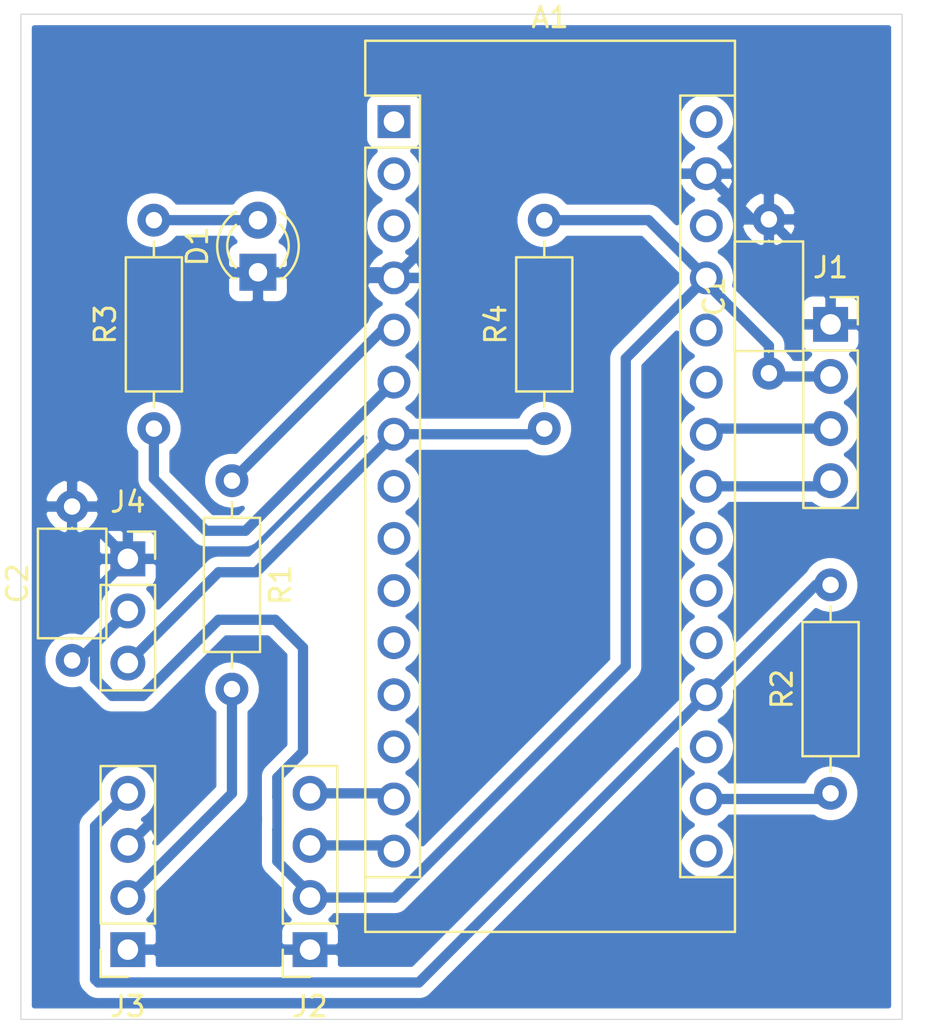
<source format=kicad_pcb>
(kicad_pcb (version 20171130) (host pcbnew 5.1.6-c6e7f7d~87~ubuntu18.04.1)

  (general
    (thickness 1.6)
    (drawings 4)
    (tracks 102)
    (zones 0)
    (modules 12)
    (nets 14)
  )

  (page A4)
  (layers
    (0 F.Cu signal)
    (31 B.Cu signal)
    (32 B.Adhes user)
    (33 F.Adhes user)
    (34 B.Paste user)
    (35 F.Paste user)
    (36 B.SilkS user)
    (37 F.SilkS user)
    (38 B.Mask user)
    (39 F.Mask user)
    (40 Dwgs.User user)
    (41 Cmts.User user)
    (42 Eco1.User user)
    (43 Eco2.User user)
    (44 Edge.Cuts user)
    (45 Margin user)
    (46 B.CrtYd user)
    (47 F.CrtYd user)
    (48 B.Fab user)
    (49 F.Fab user)
  )

  (setup
    (last_trace_width 0.5)
    (user_trace_width 0.5)
    (trace_clearance 0.5)
    (zone_clearance 0.508)
    (zone_45_only no)
    (trace_min 0.2)
    (via_size 0.8)
    (via_drill 0.4)
    (via_min_size 0.4)
    (via_min_drill 0.3)
    (user_via 0.8 0.4)
    (uvia_size 0.3)
    (uvia_drill 0.1)
    (uvias_allowed no)
    (uvia_min_size 0.2)
    (uvia_min_drill 0.1)
    (edge_width 0.05)
    (segment_width 0.2)
    (pcb_text_width 0.3)
    (pcb_text_size 1.5 1.5)
    (mod_edge_width 0.12)
    (mod_text_size 1 1)
    (mod_text_width 0.15)
    (pad_size 1.524 1.524)
    (pad_drill 0.762)
    (pad_to_mask_clearance 0.051)
    (solder_mask_min_width 0.25)
    (aux_axis_origin 0 0)
    (visible_elements FFFFFF7F)
    (pcbplotparams
      (layerselection 0x01000_fffffffe)
      (usegerberextensions false)
      (usegerberattributes false)
      (usegerberadvancedattributes false)
      (creategerberjobfile false)
      (excludeedgelayer true)
      (linewidth 0.100000)
      (plotframeref false)
      (viasonmask false)
      (mode 1)
      (useauxorigin false)
      (hpglpennumber 1)
      (hpglpenspeed 20)
      (hpglpendiameter 15.000000)
      (psnegative false)
      (psa4output false)
      (plotreference true)
      (plotvalue true)
      (plotinvisibletext false)
      (padsonsilk false)
      (subtractmaskfromsilk false)
      (outputformat 1)
      (mirror false)
      (drillshape 0)
      (scaleselection 1)
      (outputdirectory "gerber/"))
  )

  (net 0 "")
  (net 1 "Net-(A1-Pad19)")
  (net 2 "Net-(A1-Pad5)")
  (net 3 "Net-(A1-Pad6)")
  (net 4 "Net-(A1-Pad7)")
  (net 5 "Net-(J3-Pad2)")
  (net 6 +3V3)
  (net 7 Earth)
  (net 8 +5V)
  (net 9 "Net-(D1-Pad2)")
  (net 10 /SDA)
  (net 11 /SCL)
  (net 12 /RX)
  (net 13 /TX)

  (net_class Default "This is the default net class."
    (clearance 0.5)
    (trace_width 0.5)
    (via_dia 0.8)
    (via_drill 0.4)
    (uvia_dia 0.3)
    (uvia_drill 0.1)
    (add_net +3V3)
    (add_net +5V)
    (add_net /RX)
    (add_net /SCL)
    (add_net /SDA)
    (add_net /TX)
    (add_net Earth)
    (add_net "Net-(A1-Pad19)")
    (add_net "Net-(A1-Pad5)")
    (add_net "Net-(A1-Pad6)")
    (add_net "Net-(A1-Pad7)")
    (add_net "Net-(D1-Pad2)")
    (add_net "Net-(J3-Pad2)")
  )

  (module Module:Arduino_Nano (layer F.Cu) (tedit 58ACAF70) (tstamp 5F1311AC)
    (at 122.205001 61.235001)
    (descr "Arduino Nano, http://www.mouser.com/pdfdocs/Gravitech_Arduino_Nano3_0.pdf")
    (tags "Arduino Nano")
    (path /5E9EAFE2)
    (fp_text reference A1 (at 7.62 -5.08) (layer F.SilkS)
      (effects (font (size 1 1) (thickness 0.15)))
    )
    (fp_text value Arduino_Nano_v3.x (at 8.89 19.05 90) (layer F.Fab)
      (effects (font (size 1 1) (thickness 0.15)))
    )
    (fp_line (start 16.75 42.16) (end -1.53 42.16) (layer F.CrtYd) (width 0.05))
    (fp_line (start 16.75 42.16) (end 16.75 -4.06) (layer F.CrtYd) (width 0.05))
    (fp_line (start -1.53 -4.06) (end -1.53 42.16) (layer F.CrtYd) (width 0.05))
    (fp_line (start -1.53 -4.06) (end 16.75 -4.06) (layer F.CrtYd) (width 0.05))
    (fp_line (start 16.51 -3.81) (end 16.51 39.37) (layer F.Fab) (width 0.1))
    (fp_line (start 0 -3.81) (end 16.51 -3.81) (layer F.Fab) (width 0.1))
    (fp_line (start -1.27 -2.54) (end 0 -3.81) (layer F.Fab) (width 0.1))
    (fp_line (start -1.27 39.37) (end -1.27 -2.54) (layer F.Fab) (width 0.1))
    (fp_line (start 16.51 39.37) (end -1.27 39.37) (layer F.Fab) (width 0.1))
    (fp_line (start 16.64 -3.94) (end -1.4 -3.94) (layer F.SilkS) (width 0.12))
    (fp_line (start 16.64 39.5) (end 16.64 -3.94) (layer F.SilkS) (width 0.12))
    (fp_line (start -1.4 39.5) (end 16.64 39.5) (layer F.SilkS) (width 0.12))
    (fp_line (start 3.81 41.91) (end 3.81 31.75) (layer F.Fab) (width 0.1))
    (fp_line (start 11.43 41.91) (end 3.81 41.91) (layer F.Fab) (width 0.1))
    (fp_line (start 11.43 31.75) (end 11.43 41.91) (layer F.Fab) (width 0.1))
    (fp_line (start 3.81 31.75) (end 11.43 31.75) (layer F.Fab) (width 0.1))
    (fp_line (start 1.27 36.83) (end -1.4 36.83) (layer F.SilkS) (width 0.12))
    (fp_line (start 1.27 1.27) (end 1.27 36.83) (layer F.SilkS) (width 0.12))
    (fp_line (start 1.27 1.27) (end -1.4 1.27) (layer F.SilkS) (width 0.12))
    (fp_line (start 13.97 36.83) (end 16.64 36.83) (layer F.SilkS) (width 0.12))
    (fp_line (start 13.97 -1.27) (end 13.97 36.83) (layer F.SilkS) (width 0.12))
    (fp_line (start 13.97 -1.27) (end 16.64 -1.27) (layer F.SilkS) (width 0.12))
    (fp_line (start -1.4 -3.94) (end -1.4 -1.27) (layer F.SilkS) (width 0.12))
    (fp_line (start -1.4 1.27) (end -1.4 39.5) (layer F.SilkS) (width 0.12))
    (fp_line (start 1.27 -1.27) (end -1.4 -1.27) (layer F.SilkS) (width 0.12))
    (fp_line (start 1.27 1.27) (end 1.27 -1.27) (layer F.SilkS) (width 0.12))
    (fp_text user %R (at 6.35 19.05 90) (layer F.Fab)
      (effects (font (size 1 1) (thickness 0.15)))
    )
    (pad 1 thru_hole rect (at 0 0) (size 1.6 1.6) (drill 1) (layers *.Cu *.Mask))
    (pad 17 thru_hole oval (at 15.24 33.02) (size 1.6 1.6) (drill 1) (layers *.Cu *.Mask)
      (net 6 +3V3))
    (pad 2 thru_hole oval (at 0 2.54) (size 1.6 1.6) (drill 1) (layers *.Cu *.Mask))
    (pad 18 thru_hole oval (at 15.24 30.48) (size 1.6 1.6) (drill 1) (layers *.Cu *.Mask))
    (pad 3 thru_hole oval (at 0 5.08) (size 1.6 1.6) (drill 1) (layers *.Cu *.Mask))
    (pad 19 thru_hole oval (at 15.24 27.94) (size 1.6 1.6) (drill 1) (layers *.Cu *.Mask)
      (net 1 "Net-(A1-Pad19)"))
    (pad 4 thru_hole oval (at 0 7.62) (size 1.6 1.6) (drill 1) (layers *.Cu *.Mask)
      (net 7 Earth))
    (pad 20 thru_hole oval (at 15.24 25.4) (size 1.6 1.6) (drill 1) (layers *.Cu *.Mask))
    (pad 5 thru_hole oval (at 0 10.16) (size 1.6 1.6) (drill 1) (layers *.Cu *.Mask)
      (net 2 "Net-(A1-Pad5)"))
    (pad 21 thru_hole oval (at 15.24 22.86) (size 1.6 1.6) (drill 1) (layers *.Cu *.Mask))
    (pad 6 thru_hole oval (at 0 12.7) (size 1.6 1.6) (drill 1) (layers *.Cu *.Mask)
      (net 3 "Net-(A1-Pad6)"))
    (pad 22 thru_hole oval (at 15.24 20.32) (size 1.6 1.6) (drill 1) (layers *.Cu *.Mask))
    (pad 7 thru_hole oval (at 0 15.24) (size 1.6 1.6) (drill 1) (layers *.Cu *.Mask)
      (net 4 "Net-(A1-Pad7)"))
    (pad 23 thru_hole oval (at 15.24 17.78) (size 1.6 1.6) (drill 1) (layers *.Cu *.Mask)
      (net 10 /SDA))
    (pad 8 thru_hole oval (at 0 17.78) (size 1.6 1.6) (drill 1) (layers *.Cu *.Mask))
    (pad 24 thru_hole oval (at 15.24 15.24) (size 1.6 1.6) (drill 1) (layers *.Cu *.Mask)
      (net 11 /SCL))
    (pad 9 thru_hole oval (at 0 20.32) (size 1.6 1.6) (drill 1) (layers *.Cu *.Mask))
    (pad 25 thru_hole oval (at 15.24 12.7) (size 1.6 1.6) (drill 1) (layers *.Cu *.Mask))
    (pad 10 thru_hole oval (at 0 22.86) (size 1.6 1.6) (drill 1) (layers *.Cu *.Mask))
    (pad 26 thru_hole oval (at 15.24 10.16) (size 1.6 1.6) (drill 1) (layers *.Cu *.Mask))
    (pad 11 thru_hole oval (at 0 25.4) (size 1.6 1.6) (drill 1) (layers *.Cu *.Mask))
    (pad 27 thru_hole oval (at 15.24 7.62) (size 1.6 1.6) (drill 1) (layers *.Cu *.Mask)
      (net 8 +5V))
    (pad 12 thru_hole oval (at 0 27.94) (size 1.6 1.6) (drill 1) (layers *.Cu *.Mask))
    (pad 28 thru_hole oval (at 15.24 5.08) (size 1.6 1.6) (drill 1) (layers *.Cu *.Mask))
    (pad 13 thru_hole oval (at 0 30.48) (size 1.6 1.6) (drill 1) (layers *.Cu *.Mask))
    (pad 29 thru_hole oval (at 15.24 2.54) (size 1.6 1.6) (drill 1) (layers *.Cu *.Mask)
      (net 7 Earth))
    (pad 14 thru_hole oval (at 0 33.02) (size 1.6 1.6) (drill 1) (layers *.Cu *.Mask)
      (net 12 /RX))
    (pad 30 thru_hole oval (at 15.24 0) (size 1.6 1.6) (drill 1) (layers *.Cu *.Mask))
    (pad 15 thru_hole oval (at 0 35.56) (size 1.6 1.6) (drill 1) (layers *.Cu *.Mask)
      (net 13 /TX))
    (pad 16 thru_hole oval (at 15.24 35.56) (size 1.6 1.6) (drill 1) (layers *.Cu *.Mask))
    (model ${KISYS3DMOD}/Module.3dshapes/Arduino_Nano_WithMountingHoles.wrl
      (at (xyz 0 0 0))
      (scale (xyz 1 1 1))
      (rotate (xyz 0 0 0))
    )
  )

  (module LED_THT:LED_D3.0mm_Clear (layer F.Cu) (tedit 5A6C9BC0) (tstamp 5F12BB1D)
    (at 115.57 68.58 90)
    (descr "IR-LED, diameter 3.0mm, 2 pins, color: clear")
    (tags "IR infrared LED diameter 3.0mm 2 pins clear")
    (path /5EA6A9A5)
    (fp_text reference D1 (at 1.27 -2.96 90) (layer F.SilkS)
      (effects (font (size 1 1) (thickness 0.15)))
    )
    (fp_text value "PMS Ok LED" (at 1.27 2.96 90) (layer F.Fab)
      (effects (font (size 1 1) (thickness 0.15)))
    )
    (fp_circle (center 1.27 0) (end 2.77 0) (layer F.Fab) (width 0.1))
    (fp_line (start 3.7 -2.25) (end -1.15 -2.25) (layer F.CrtYd) (width 0.05))
    (fp_line (start 3.7 2.25) (end 3.7 -2.25) (layer F.CrtYd) (width 0.05))
    (fp_line (start -1.15 2.25) (end 3.7 2.25) (layer F.CrtYd) (width 0.05))
    (fp_line (start -1.15 -2.25) (end -1.15 2.25) (layer F.CrtYd) (width 0.05))
    (fp_line (start -0.29 1.08) (end -0.29 1.236) (layer F.SilkS) (width 0.12))
    (fp_line (start -0.29 -1.236) (end -0.29 -1.08) (layer F.SilkS) (width 0.12))
    (fp_line (start -0.23 -1.16619) (end -0.23 1.16619) (layer F.Fab) (width 0.1))
    (fp_text user %R (at 1.47 0 90) (layer F.Fab)
      (effects (font (size 0.8 0.8) (thickness 0.12)))
    )
    (fp_arc (start 1.27 0) (end -0.23 -1.16619) (angle 284.3) (layer F.Fab) (width 0.1))
    (fp_arc (start 1.27 0) (end -0.29 -1.235516) (angle 108.8) (layer F.SilkS) (width 0.12))
    (fp_arc (start 1.27 0) (end -0.29 1.235516) (angle -108.8) (layer F.SilkS) (width 0.12))
    (fp_arc (start 1.27 0) (end 0.229039 -1.08) (angle 87.9) (layer F.SilkS) (width 0.12))
    (fp_arc (start 1.27 0) (end 0.229039 1.08) (angle -87.9) (layer F.SilkS) (width 0.12))
    (pad 1 thru_hole rect (at 0 0 90) (size 1.8 1.8) (drill 0.9) (layers *.Cu *.Mask)
      (net 7 Earth))
    (pad 2 thru_hole circle (at 2.54 0 90) (size 1.8 1.8) (drill 0.9) (layers *.Cu *.Mask)
      (net 9 "Net-(D1-Pad2)"))
    (model ${KISYS3DMOD}/LED_THT.3dshapes/LED_D3.0mm_Clear.wrl
      (at (xyz 0 0 0))
      (scale (xyz 1 1 1))
      (rotate (xyz 0 0 0))
    )
  )

  (module Connector_PinSocket_2.54mm:PinSocket_1x04_P2.54mm_Vertical (layer F.Cu) (tedit 5A19A429) (tstamp 5F12BFF1)
    (at 143.51 71.12)
    (descr "Through hole straight socket strip, 1x04, 2.54mm pitch, single row (from Kicad 4.0.7), script generated")
    (tags "Through hole socket strip THT 1x04 2.54mm single row")
    (path /5E9EDD1F)
    (fp_text reference J1 (at 0 -2.77) (layer F.SilkS)
      (effects (font (size 1 1) (thickness 0.15)))
    )
    (fp_text value "Raspbery Pi" (at 0 10.39) (layer F.Fab)
      (effects (font (size 1 1) (thickness 0.15)))
    )
    (fp_line (start -1.27 -1.27) (end 0.635 -1.27) (layer F.Fab) (width 0.1))
    (fp_line (start 0.635 -1.27) (end 1.27 -0.635) (layer F.Fab) (width 0.1))
    (fp_line (start 1.27 -0.635) (end 1.27 8.89) (layer F.Fab) (width 0.1))
    (fp_line (start 1.27 8.89) (end -1.27 8.89) (layer F.Fab) (width 0.1))
    (fp_line (start -1.27 8.89) (end -1.27 -1.27) (layer F.Fab) (width 0.1))
    (fp_line (start -1.33 1.27) (end 1.33 1.27) (layer F.SilkS) (width 0.12))
    (fp_line (start -1.33 1.27) (end -1.33 8.95) (layer F.SilkS) (width 0.12))
    (fp_line (start -1.33 8.95) (end 1.33 8.95) (layer F.SilkS) (width 0.12))
    (fp_line (start 1.33 1.27) (end 1.33 8.95) (layer F.SilkS) (width 0.12))
    (fp_line (start 1.33 -1.33) (end 1.33 0) (layer F.SilkS) (width 0.12))
    (fp_line (start 0 -1.33) (end 1.33 -1.33) (layer F.SilkS) (width 0.12))
    (fp_line (start -1.8 -1.8) (end 1.75 -1.8) (layer F.CrtYd) (width 0.05))
    (fp_line (start 1.75 -1.8) (end 1.75 9.4) (layer F.CrtYd) (width 0.05))
    (fp_line (start 1.75 9.4) (end -1.8 9.4) (layer F.CrtYd) (width 0.05))
    (fp_line (start -1.8 9.4) (end -1.8 -1.8) (layer F.CrtYd) (width 0.05))
    (fp_text user %R (at 0 3.81 90) (layer F.Fab)
      (effects (font (size 1 1) (thickness 0.15)))
    )
    (pad 4 thru_hole oval (at 0 7.62) (size 1.7 1.7) (drill 1) (layers *.Cu *.Mask)
      (net 10 /SDA))
    (pad 3 thru_hole oval (at 0 5.08) (size 1.7 1.7) (drill 1) (layers *.Cu *.Mask)
      (net 11 /SCL))
    (pad 2 thru_hole oval (at 0 2.54) (size 1.7 1.7) (drill 1) (layers *.Cu *.Mask)
      (net 8 +5V))
    (pad 1 thru_hole rect (at 0 0) (size 1.7 1.7) (drill 1) (layers *.Cu *.Mask)
      (net 7 Earth))
    (model ${KISYS3DMOD}/Connector_PinSocket_2.54mm.3dshapes/PinSocket_1x04_P2.54mm_Vertical.wrl
      (at (xyz 0 0 0))
      (scale (xyz 1 1 1))
      (rotate (xyz 0 0 0))
    )
  )

  (module Connector_PinSocket_2.54mm:PinSocket_1x04_P2.54mm_Vertical (layer F.Cu) (tedit 5A19A429) (tstamp 5F1311F0)
    (at 118.11 101.6 180)
    (descr "Through hole straight socket strip, 1x04, 2.54mm pitch, single row (from Kicad 4.0.7), script generated")
    (tags "Through hole socket strip THT 1x04 2.54mm single row")
    (path /5E9F516D)
    (fp_text reference J2 (at 0 -2.77) (layer F.SilkS)
      (effects (font (size 1 1) (thickness 0.15)))
    )
    (fp_text value "PMS 7003" (at 0 10.39) (layer F.Fab)
      (effects (font (size 1 1) (thickness 0.15)))
    )
    (fp_line (start -1.8 9.4) (end -1.8 -1.8) (layer F.CrtYd) (width 0.05))
    (fp_line (start 1.75 9.4) (end -1.8 9.4) (layer F.CrtYd) (width 0.05))
    (fp_line (start 1.75 -1.8) (end 1.75 9.4) (layer F.CrtYd) (width 0.05))
    (fp_line (start -1.8 -1.8) (end 1.75 -1.8) (layer F.CrtYd) (width 0.05))
    (fp_line (start 0 -1.33) (end 1.33 -1.33) (layer F.SilkS) (width 0.12))
    (fp_line (start 1.33 -1.33) (end 1.33 0) (layer F.SilkS) (width 0.12))
    (fp_line (start 1.33 1.27) (end 1.33 8.95) (layer F.SilkS) (width 0.12))
    (fp_line (start -1.33 8.95) (end 1.33 8.95) (layer F.SilkS) (width 0.12))
    (fp_line (start -1.33 1.27) (end -1.33 8.95) (layer F.SilkS) (width 0.12))
    (fp_line (start -1.33 1.27) (end 1.33 1.27) (layer F.SilkS) (width 0.12))
    (fp_line (start -1.27 8.89) (end -1.27 -1.27) (layer F.Fab) (width 0.1))
    (fp_line (start 1.27 8.89) (end -1.27 8.89) (layer F.Fab) (width 0.1))
    (fp_line (start 1.27 -0.635) (end 1.27 8.89) (layer F.Fab) (width 0.1))
    (fp_line (start 0.635 -1.27) (end 1.27 -0.635) (layer F.Fab) (width 0.1))
    (fp_line (start -1.27 -1.27) (end 0.635 -1.27) (layer F.Fab) (width 0.1))
    (fp_text user %R (at 0 3.81 90) (layer F.Fab)
      (effects (font (size 1 1) (thickness 0.15)))
    )
    (pad 1 thru_hole rect (at 0 0 180) (size 1.7 1.7) (drill 1) (layers *.Cu *.Mask)
      (net 7 Earth))
    (pad 2 thru_hole oval (at 0 2.54 180) (size 1.7 1.7) (drill 1) (layers *.Cu *.Mask)
      (net 8 +5V))
    (pad 3 thru_hole oval (at 0 5.08 180) (size 1.7 1.7) (drill 1) (layers *.Cu *.Mask)
      (net 13 /TX))
    (pad 4 thru_hole oval (at 0 7.62 180) (size 1.7 1.7) (drill 1) (layers *.Cu *.Mask)
      (net 12 /RX))
    (model ${KISYS3DMOD}/Connector_PinSocket_2.54mm.3dshapes/PinSocket_1x04_P2.54mm_Vertical.wrl
      (at (xyz 0 0 0))
      (scale (xyz 1 1 1))
      (rotate (xyz 0 0 0))
    )
  )

  (module Connector_PinSocket_2.54mm:PinSocket_1x04_P2.54mm_Vertical (layer F.Cu) (tedit 5A19A429) (tstamp 5F12C1B5)
    (at 109.22 101.6 180)
    (descr "Through hole straight socket strip, 1x04, 2.54mm pitch, single row (from Kicad 4.0.7), script generated")
    (tags "Through hole socket strip THT 1x04 2.54mm single row")
    (path /5E9ED5A2)
    (fp_text reference J3 (at 0 -2.77) (layer F.SilkS)
      (effects (font (size 1 1) (thickness 0.15)))
    )
    (fp_text value "Turbidity sensor" (at 0 10.39) (layer F.Fab)
      (effects (font (size 1 1) (thickness 0.15)))
    )
    (fp_line (start -1.8 9.4) (end -1.8 -1.8) (layer F.CrtYd) (width 0.05))
    (fp_line (start 1.75 9.4) (end -1.8 9.4) (layer F.CrtYd) (width 0.05))
    (fp_line (start 1.75 -1.8) (end 1.75 9.4) (layer F.CrtYd) (width 0.05))
    (fp_line (start -1.8 -1.8) (end 1.75 -1.8) (layer F.CrtYd) (width 0.05))
    (fp_line (start 0 -1.33) (end 1.33 -1.33) (layer F.SilkS) (width 0.12))
    (fp_line (start 1.33 -1.33) (end 1.33 0) (layer F.SilkS) (width 0.12))
    (fp_line (start 1.33 1.27) (end 1.33 8.95) (layer F.SilkS) (width 0.12))
    (fp_line (start -1.33 8.95) (end 1.33 8.95) (layer F.SilkS) (width 0.12))
    (fp_line (start -1.33 1.27) (end -1.33 8.95) (layer F.SilkS) (width 0.12))
    (fp_line (start -1.33 1.27) (end 1.33 1.27) (layer F.SilkS) (width 0.12))
    (fp_line (start -1.27 8.89) (end -1.27 -1.27) (layer F.Fab) (width 0.1))
    (fp_line (start 1.27 8.89) (end -1.27 8.89) (layer F.Fab) (width 0.1))
    (fp_line (start 1.27 -0.635) (end 1.27 8.89) (layer F.Fab) (width 0.1))
    (fp_line (start 0.635 -1.27) (end 1.27 -0.635) (layer F.Fab) (width 0.1))
    (fp_line (start -1.27 -1.27) (end 0.635 -1.27) (layer F.Fab) (width 0.1))
    (fp_text user %R (at 0 3.81 90) (layer F.Fab)
      (effects (font (size 1 1) (thickness 0.15)))
    )
    (pad 1 thru_hole rect (at 0 0 180) (size 1.7 1.7) (drill 1) (layers *.Cu *.Mask)
      (net 7 Earth))
    (pad 2 thru_hole oval (at 0 2.54 180) (size 1.7 1.7) (drill 1) (layers *.Cu *.Mask)
      (net 5 "Net-(J3-Pad2)"))
    (pad 3 thru_hole oval (at 0 5.08 180) (size 1.7 1.7) (drill 1) (layers *.Cu *.Mask)
      (net 7 Earth))
    (pad 4 thru_hole oval (at 0 7.62 180) (size 1.7 1.7) (drill 1) (layers *.Cu *.Mask)
      (net 1 "Net-(A1-Pad19)"))
    (model ${KISYS3DMOD}/Connector_PinSocket_2.54mm.3dshapes/PinSocket_1x04_P2.54mm_Vertical.wrl
      (at (xyz 0 0 0))
      (scale (xyz 1 1 1))
      (rotate (xyz 0 0 0))
    )
  )

  (module Connector_PinSocket_2.54mm:PinSocket_1x03_P2.54mm_Vertical (layer F.Cu) (tedit 5A19A429) (tstamp 5F13121F)
    (at 109.22 82.55)
    (descr "Through hole straight socket strip, 1x03, 2.54mm pitch, single row (from Kicad 4.0.7), script generated")
    (tags "Through hole socket strip THT 1x03 2.54mm single row")
    (path /5EAA80C9)
    (fp_text reference J4 (at 0 -2.77) (layer F.SilkS)
      (effects (font (size 1 1) (thickness 0.15)))
    )
    (fp_text value "Temp sensor" (at 0 7.85) (layer F.Fab)
      (effects (font (size 1 1) (thickness 0.15)))
    )
    (fp_line (start -1.8 6.85) (end -1.8 -1.8) (layer F.CrtYd) (width 0.05))
    (fp_line (start 1.75 6.85) (end -1.8 6.85) (layer F.CrtYd) (width 0.05))
    (fp_line (start 1.75 -1.8) (end 1.75 6.85) (layer F.CrtYd) (width 0.05))
    (fp_line (start -1.8 -1.8) (end 1.75 -1.8) (layer F.CrtYd) (width 0.05))
    (fp_line (start 0 -1.33) (end 1.33 -1.33) (layer F.SilkS) (width 0.12))
    (fp_line (start 1.33 -1.33) (end 1.33 0) (layer F.SilkS) (width 0.12))
    (fp_line (start 1.33 1.27) (end 1.33 6.41) (layer F.SilkS) (width 0.12))
    (fp_line (start -1.33 6.41) (end 1.33 6.41) (layer F.SilkS) (width 0.12))
    (fp_line (start -1.33 1.27) (end -1.33 6.41) (layer F.SilkS) (width 0.12))
    (fp_line (start -1.33 1.27) (end 1.33 1.27) (layer F.SilkS) (width 0.12))
    (fp_line (start -1.27 6.35) (end -1.27 -1.27) (layer F.Fab) (width 0.1))
    (fp_line (start 1.27 6.35) (end -1.27 6.35) (layer F.Fab) (width 0.1))
    (fp_line (start 1.27 -0.635) (end 1.27 6.35) (layer F.Fab) (width 0.1))
    (fp_line (start 0.635 -1.27) (end 1.27 -0.635) (layer F.Fab) (width 0.1))
    (fp_line (start -1.27 -1.27) (end 0.635 -1.27) (layer F.Fab) (width 0.1))
    (fp_text user %R (at 0 2.54 90) (layer F.Fab)
      (effects (font (size 1 1) (thickness 0.15)))
    )
    (pad 1 thru_hole rect (at 0 0) (size 1.7 1.7) (drill 1) (layers *.Cu *.Mask)
      (net 7 Earth))
    (pad 2 thru_hole oval (at 0 2.54) (size 1.7 1.7) (drill 1) (layers *.Cu *.Mask)
      (net 8 +5V))
    (pad 3 thru_hole oval (at 0 5.08) (size 1.7 1.7) (drill 1) (layers *.Cu *.Mask)
      (net 4 "Net-(A1-Pad7)"))
    (model ${KISYS3DMOD}/Connector_PinSocket_2.54mm.3dshapes/PinSocket_1x03_P2.54mm_Vertical.wrl
      (at (xyz 0 0 0))
      (scale (xyz 1 1 1))
      (rotate (xyz 0 0 0))
    )
  )

  (module Resistor_THT:R_Axial_DIN0207_L6.3mm_D2.5mm_P10.16mm_Horizontal (layer F.Cu) (tedit 5AE5139B) (tstamp 5F12B90F)
    (at 114.3 78.74 270)
    (descr "Resistor, Axial_DIN0207 series, Axial, Horizontal, pin pitch=10.16mm, 0.25W = 1/4W, length*diameter=6.3*2.5mm^2, http://cdn-reichelt.de/documents/datenblatt/B400/1_4W%23YAG.pdf")
    (tags "Resistor Axial_DIN0207 series Axial Horizontal pin pitch 10.16mm 0.25W = 1/4W length 6.3mm diameter 2.5mm")
    (path /5EA40EEA)
    (fp_text reference R1 (at 5.08 -2.37 90) (layer F.SilkS)
      (effects (font (size 1 1) (thickness 0.15)))
    )
    (fp_text value 1K (at 5.08 2.37 90) (layer F.Fab)
      (effects (font (size 1 1) (thickness 0.15)))
    )
    (fp_line (start 1.93 -1.25) (end 1.93 1.25) (layer F.Fab) (width 0.1))
    (fp_line (start 1.93 1.25) (end 8.23 1.25) (layer F.Fab) (width 0.1))
    (fp_line (start 8.23 1.25) (end 8.23 -1.25) (layer F.Fab) (width 0.1))
    (fp_line (start 8.23 -1.25) (end 1.93 -1.25) (layer F.Fab) (width 0.1))
    (fp_line (start 0 0) (end 1.93 0) (layer F.Fab) (width 0.1))
    (fp_line (start 10.16 0) (end 8.23 0) (layer F.Fab) (width 0.1))
    (fp_line (start 1.81 -1.37) (end 1.81 1.37) (layer F.SilkS) (width 0.12))
    (fp_line (start 1.81 1.37) (end 8.35 1.37) (layer F.SilkS) (width 0.12))
    (fp_line (start 8.35 1.37) (end 8.35 -1.37) (layer F.SilkS) (width 0.12))
    (fp_line (start 8.35 -1.37) (end 1.81 -1.37) (layer F.SilkS) (width 0.12))
    (fp_line (start 1.04 0) (end 1.81 0) (layer F.SilkS) (width 0.12))
    (fp_line (start 9.12 0) (end 8.35 0) (layer F.SilkS) (width 0.12))
    (fp_line (start -1.05 -1.5) (end -1.05 1.5) (layer F.CrtYd) (width 0.05))
    (fp_line (start -1.05 1.5) (end 11.21 1.5) (layer F.CrtYd) (width 0.05))
    (fp_line (start 11.21 1.5) (end 11.21 -1.5) (layer F.CrtYd) (width 0.05))
    (fp_line (start 11.21 -1.5) (end -1.05 -1.5) (layer F.CrtYd) (width 0.05))
    (fp_text user %R (at 5.08 0 90) (layer F.Fab)
      (effects (font (size 1 1) (thickness 0.15)))
    )
    (pad 2 thru_hole oval (at 10.16 0 270) (size 1.6 1.6) (drill 0.8) (layers *.Cu *.Mask)
      (net 5 "Net-(J3-Pad2)"))
    (pad 1 thru_hole circle (at 0 0 270) (size 1.6 1.6) (drill 0.8) (layers *.Cu *.Mask)
      (net 2 "Net-(A1-Pad5)"))
    (model ${KISYS3DMOD}/Resistor_THT.3dshapes/R_Axial_DIN0207_L6.3mm_D2.5mm_P10.16mm_Horizontal.wrl
      (at (xyz 0 0 0))
      (scale (xyz 1 1 1))
      (rotate (xyz 0 0 0))
    )
  )

  (module Resistor_THT:R_Axial_DIN0207_L6.3mm_D2.5mm_P10.16mm_Horizontal (layer F.Cu) (tedit 5AE5139B) (tstamp 5F13124D)
    (at 143.51 93.98 90)
    (descr "Resistor, Axial_DIN0207 series, Axial, Horizontal, pin pitch=10.16mm, 0.25W = 1/4W, length*diameter=6.3*2.5mm^2, http://cdn-reichelt.de/documents/datenblatt/B400/1_4W%23YAG.pdf")
    (tags "Resistor Axial_DIN0207 series Axial Horizontal pin pitch 10.16mm 0.25W = 1/4W length 6.3mm diameter 2.5mm")
    (path /5EA3AEFE)
    (fp_text reference R2 (at 5.08 -2.37 90) (layer F.SilkS)
      (effects (font (size 1 1) (thickness 0.15)))
    )
    (fp_text value 10K (at 5.08 2.37 90) (layer F.Fab)
      (effects (font (size 1 1) (thickness 0.15)))
    )
    (fp_line (start 11.21 -1.5) (end -1.05 -1.5) (layer F.CrtYd) (width 0.05))
    (fp_line (start 11.21 1.5) (end 11.21 -1.5) (layer F.CrtYd) (width 0.05))
    (fp_line (start -1.05 1.5) (end 11.21 1.5) (layer F.CrtYd) (width 0.05))
    (fp_line (start -1.05 -1.5) (end -1.05 1.5) (layer F.CrtYd) (width 0.05))
    (fp_line (start 9.12 0) (end 8.35 0) (layer F.SilkS) (width 0.12))
    (fp_line (start 1.04 0) (end 1.81 0) (layer F.SilkS) (width 0.12))
    (fp_line (start 8.35 -1.37) (end 1.81 -1.37) (layer F.SilkS) (width 0.12))
    (fp_line (start 8.35 1.37) (end 8.35 -1.37) (layer F.SilkS) (width 0.12))
    (fp_line (start 1.81 1.37) (end 8.35 1.37) (layer F.SilkS) (width 0.12))
    (fp_line (start 1.81 -1.37) (end 1.81 1.37) (layer F.SilkS) (width 0.12))
    (fp_line (start 10.16 0) (end 8.23 0) (layer F.Fab) (width 0.1))
    (fp_line (start 0 0) (end 1.93 0) (layer F.Fab) (width 0.1))
    (fp_line (start 8.23 -1.25) (end 1.93 -1.25) (layer F.Fab) (width 0.1))
    (fp_line (start 8.23 1.25) (end 8.23 -1.25) (layer F.Fab) (width 0.1))
    (fp_line (start 1.93 1.25) (end 8.23 1.25) (layer F.Fab) (width 0.1))
    (fp_line (start 1.93 -1.25) (end 1.93 1.25) (layer F.Fab) (width 0.1))
    (fp_text user %R (at 5.08 0 90) (layer F.Fab)
      (effects (font (size 1 1) (thickness 0.15)))
    )
    (pad 1 thru_hole circle (at 0 0 90) (size 1.6 1.6) (drill 0.8) (layers *.Cu *.Mask)
      (net 6 +3V3))
    (pad 2 thru_hole oval (at 10.16 0 90) (size 1.6 1.6) (drill 0.8) (layers *.Cu *.Mask)
      (net 1 "Net-(A1-Pad19)"))
    (model ${KISYS3DMOD}/Resistor_THT.3dshapes/R_Axial_DIN0207_L6.3mm_D2.5mm_P10.16mm_Horizontal.wrl
      (at (xyz 0 0 0))
      (scale (xyz 1 1 1))
      (rotate (xyz 0 0 0))
    )
  )

  (module Resistor_THT:R_Axial_DIN0207_L6.3mm_D2.5mm_P10.16mm_Horizontal (layer F.Cu) (tedit 5AE5139B) (tstamp 5F12BB59)
    (at 110.49 76.2 90)
    (descr "Resistor, Axial_DIN0207 series, Axial, Horizontal, pin pitch=10.16mm, 0.25W = 1/4W, length*diameter=6.3*2.5mm^2, http://cdn-reichelt.de/documents/datenblatt/B400/1_4W%23YAG.pdf")
    (tags "Resistor Axial_DIN0207 series Axial Horizontal pin pitch 10.16mm 0.25W = 1/4W length 6.3mm diameter 2.5mm")
    (path /5EA6BD7C)
    (fp_text reference R3 (at 5.08 -2.37 90) (layer F.SilkS)
      (effects (font (size 1 1) (thickness 0.15)))
    )
    (fp_text value R (at 5.08 2.37 90) (layer F.Fab)
      (effects (font (size 1 1) (thickness 0.15)))
    )
    (fp_line (start 11.21 -1.5) (end -1.05 -1.5) (layer F.CrtYd) (width 0.05))
    (fp_line (start 11.21 1.5) (end 11.21 -1.5) (layer F.CrtYd) (width 0.05))
    (fp_line (start -1.05 1.5) (end 11.21 1.5) (layer F.CrtYd) (width 0.05))
    (fp_line (start -1.05 -1.5) (end -1.05 1.5) (layer F.CrtYd) (width 0.05))
    (fp_line (start 9.12 0) (end 8.35 0) (layer F.SilkS) (width 0.12))
    (fp_line (start 1.04 0) (end 1.81 0) (layer F.SilkS) (width 0.12))
    (fp_line (start 8.35 -1.37) (end 1.81 -1.37) (layer F.SilkS) (width 0.12))
    (fp_line (start 8.35 1.37) (end 8.35 -1.37) (layer F.SilkS) (width 0.12))
    (fp_line (start 1.81 1.37) (end 8.35 1.37) (layer F.SilkS) (width 0.12))
    (fp_line (start 1.81 -1.37) (end 1.81 1.37) (layer F.SilkS) (width 0.12))
    (fp_line (start 10.16 0) (end 8.23 0) (layer F.Fab) (width 0.1))
    (fp_line (start 0 0) (end 1.93 0) (layer F.Fab) (width 0.1))
    (fp_line (start 8.23 -1.25) (end 1.93 -1.25) (layer F.Fab) (width 0.1))
    (fp_line (start 8.23 1.25) (end 8.23 -1.25) (layer F.Fab) (width 0.1))
    (fp_line (start 1.93 1.25) (end 8.23 1.25) (layer F.Fab) (width 0.1))
    (fp_line (start 1.93 -1.25) (end 1.93 1.25) (layer F.Fab) (width 0.1))
    (fp_text user %R (at 5.08 0 90) (layer F.Fab)
      (effects (font (size 1 1) (thickness 0.15)))
    )
    (pad 1 thru_hole circle (at 0 0 90) (size 1.6 1.6) (drill 0.8) (layers *.Cu *.Mask)
      (net 3 "Net-(A1-Pad6)"))
    (pad 2 thru_hole oval (at 10.16 0 90) (size 1.6 1.6) (drill 0.8) (layers *.Cu *.Mask)
      (net 9 "Net-(D1-Pad2)"))
    (model ${KISYS3DMOD}/Resistor_THT.3dshapes/R_Axial_DIN0207_L6.3mm_D2.5mm_P10.16mm_Horizontal.wrl
      (at (xyz 0 0 0))
      (scale (xyz 1 1 1))
      (rotate (xyz 0 0 0))
    )
  )

  (module Resistor_THT:R_Axial_DIN0207_L6.3mm_D2.5mm_P10.16mm_Horizontal (layer F.Cu) (tedit 5AE5139B) (tstamp 5F13127B)
    (at 129.54 76.2 90)
    (descr "Resistor, Axial_DIN0207 series, Axial, Horizontal, pin pitch=10.16mm, 0.25W = 1/4W, length*diameter=6.3*2.5mm^2, http://cdn-reichelt.de/documents/datenblatt/B400/1_4W%23YAG.pdf")
    (tags "Resistor Axial_DIN0207 series Axial Horizontal pin pitch 10.16mm 0.25W = 1/4W length 6.3mm diameter 2.5mm")
    (path /5EAD302D)
    (fp_text reference R4 (at 5.08 -2.37 90) (layer F.SilkS)
      (effects (font (size 1 1) (thickness 0.15)))
    )
    (fp_text value 4.7K (at 5.08 2.37 90) (layer F.Fab)
      (effects (font (size 1 1) (thickness 0.15)))
    )
    (fp_line (start 1.93 -1.25) (end 1.93 1.25) (layer F.Fab) (width 0.1))
    (fp_line (start 1.93 1.25) (end 8.23 1.25) (layer F.Fab) (width 0.1))
    (fp_line (start 8.23 1.25) (end 8.23 -1.25) (layer F.Fab) (width 0.1))
    (fp_line (start 8.23 -1.25) (end 1.93 -1.25) (layer F.Fab) (width 0.1))
    (fp_line (start 0 0) (end 1.93 0) (layer F.Fab) (width 0.1))
    (fp_line (start 10.16 0) (end 8.23 0) (layer F.Fab) (width 0.1))
    (fp_line (start 1.81 -1.37) (end 1.81 1.37) (layer F.SilkS) (width 0.12))
    (fp_line (start 1.81 1.37) (end 8.35 1.37) (layer F.SilkS) (width 0.12))
    (fp_line (start 8.35 1.37) (end 8.35 -1.37) (layer F.SilkS) (width 0.12))
    (fp_line (start 8.35 -1.37) (end 1.81 -1.37) (layer F.SilkS) (width 0.12))
    (fp_line (start 1.04 0) (end 1.81 0) (layer F.SilkS) (width 0.12))
    (fp_line (start 9.12 0) (end 8.35 0) (layer F.SilkS) (width 0.12))
    (fp_line (start -1.05 -1.5) (end -1.05 1.5) (layer F.CrtYd) (width 0.05))
    (fp_line (start -1.05 1.5) (end 11.21 1.5) (layer F.CrtYd) (width 0.05))
    (fp_line (start 11.21 1.5) (end 11.21 -1.5) (layer F.CrtYd) (width 0.05))
    (fp_line (start 11.21 -1.5) (end -1.05 -1.5) (layer F.CrtYd) (width 0.05))
    (fp_text user %R (at 5.08 0 90) (layer F.Fab)
      (effects (font (size 1 1) (thickness 0.15)))
    )
    (pad 2 thru_hole oval (at 10.16 0 90) (size 1.6 1.6) (drill 0.8) (layers *.Cu *.Mask)
      (net 8 +5V))
    (pad 1 thru_hole circle (at 0 0 90) (size 1.6 1.6) (drill 0.8) (layers *.Cu *.Mask)
      (net 4 "Net-(A1-Pad7)"))
    (model ${KISYS3DMOD}/Resistor_THT.3dshapes/R_Axial_DIN0207_L6.3mm_D2.5mm_P10.16mm_Horizontal.wrl
      (at (xyz 0 0 0))
      (scale (xyz 1 1 1))
      (rotate (xyz 0 0 0))
    )
  )

  (module Capacitor_THT:C_Axial_L5.1mm_D3.1mm_P7.50mm_Horizontal (layer F.Cu) (tedit 5AE50EF0) (tstamp 5F2AFE05)
    (at 140.5 73.5 90)
    (descr "C, Axial series, Axial, Horizontal, pin pitch=7.5mm, , length*diameter=5.1*3.1mm^2, http://www.vishay.com/docs/45231/arseries.pdf")
    (tags "C Axial series Axial Horizontal pin pitch 7.5mm  length 5.1mm diameter 3.1mm")
    (path /5F2ACADB)
    (fp_text reference C1 (at 3.75 -2.67 90) (layer F.SilkS)
      (effects (font (size 1 1) (thickness 0.15)))
    )
    (fp_text value C (at 3.75 2.67 90) (layer F.Fab)
      (effects (font (size 1 1) (thickness 0.15)))
    )
    (fp_line (start 8.55 -1.8) (end -1.05 -1.8) (layer F.CrtYd) (width 0.05))
    (fp_line (start 8.55 1.8) (end 8.55 -1.8) (layer F.CrtYd) (width 0.05))
    (fp_line (start -1.05 1.8) (end 8.55 1.8) (layer F.CrtYd) (width 0.05))
    (fp_line (start -1.05 -1.8) (end -1.05 1.8) (layer F.CrtYd) (width 0.05))
    (fp_line (start 6.46 0) (end 6.42 0) (layer F.SilkS) (width 0.12))
    (fp_line (start 1.04 0) (end 1.08 0) (layer F.SilkS) (width 0.12))
    (fp_line (start 6.42 -1.67) (end 1.08 -1.67) (layer F.SilkS) (width 0.12))
    (fp_line (start 6.42 1.67) (end 6.42 -1.67) (layer F.SilkS) (width 0.12))
    (fp_line (start 1.08 1.67) (end 6.42 1.67) (layer F.SilkS) (width 0.12))
    (fp_line (start 1.08 -1.67) (end 1.08 1.67) (layer F.SilkS) (width 0.12))
    (fp_line (start 7.5 0) (end 6.3 0) (layer F.Fab) (width 0.1))
    (fp_line (start 0 0) (end 1.2 0) (layer F.Fab) (width 0.1))
    (fp_line (start 6.3 -1.55) (end 1.2 -1.55) (layer F.Fab) (width 0.1))
    (fp_line (start 6.3 1.55) (end 6.3 -1.55) (layer F.Fab) (width 0.1))
    (fp_line (start 1.2 1.55) (end 6.3 1.55) (layer F.Fab) (width 0.1))
    (fp_line (start 1.2 -1.55) (end 1.2 1.55) (layer F.Fab) (width 0.1))
    (fp_text user %R (at 3.75 0 90) (layer F.Fab)
      (effects (font (size 1 1) (thickness 0.15)))
    )
    (pad 1 thru_hole circle (at 0 0 90) (size 1.6 1.6) (drill 0.8) (layers *.Cu *.Mask)
      (net 8 +5V))
    (pad 2 thru_hole oval (at 7.5 0 90) (size 1.6 1.6) (drill 0.8) (layers *.Cu *.Mask)
      (net 7 Earth))
    (model ${KISYS3DMOD}/Capacitor_THT.3dshapes/C_Axial_L5.1mm_D3.1mm_P7.50mm_Horizontal.wrl
      (at (xyz 0 0 0))
      (scale (xyz 1 1 1))
      (rotate (xyz 0 0 0))
    )
  )

  (module Capacitor_THT:C_Axial_L5.1mm_D3.1mm_P7.50mm_Horizontal (layer F.Cu) (tedit 5AE50EF0) (tstamp 5F2AFC8B)
    (at 106.5 87.5 90)
    (descr "C, Axial series, Axial, Horizontal, pin pitch=7.5mm, , length*diameter=5.1*3.1mm^2, http://www.vishay.com/docs/45231/arseries.pdf")
    (tags "C Axial series Axial Horizontal pin pitch 7.5mm  length 5.1mm diameter 3.1mm")
    (path /5F2C765E)
    (fp_text reference C2 (at 3.75 -2.67 90) (layer F.SilkS)
      (effects (font (size 1 1) (thickness 0.15)))
    )
    (fp_text value C (at 3.75 2.67 90) (layer F.Fab)
      (effects (font (size 1 1) (thickness 0.15)))
    )
    (fp_text user %R (at 3.75 0 90) (layer F.Fab)
      (effects (font (size 1 1) (thickness 0.15)))
    )
    (fp_line (start 1.2 -1.55) (end 1.2 1.55) (layer F.Fab) (width 0.1))
    (fp_line (start 1.2 1.55) (end 6.3 1.55) (layer F.Fab) (width 0.1))
    (fp_line (start 6.3 1.55) (end 6.3 -1.55) (layer F.Fab) (width 0.1))
    (fp_line (start 6.3 -1.55) (end 1.2 -1.55) (layer F.Fab) (width 0.1))
    (fp_line (start 0 0) (end 1.2 0) (layer F.Fab) (width 0.1))
    (fp_line (start 7.5 0) (end 6.3 0) (layer F.Fab) (width 0.1))
    (fp_line (start 1.08 -1.67) (end 1.08 1.67) (layer F.SilkS) (width 0.12))
    (fp_line (start 1.08 1.67) (end 6.42 1.67) (layer F.SilkS) (width 0.12))
    (fp_line (start 6.42 1.67) (end 6.42 -1.67) (layer F.SilkS) (width 0.12))
    (fp_line (start 6.42 -1.67) (end 1.08 -1.67) (layer F.SilkS) (width 0.12))
    (fp_line (start 1.04 0) (end 1.08 0) (layer F.SilkS) (width 0.12))
    (fp_line (start 6.46 0) (end 6.42 0) (layer F.SilkS) (width 0.12))
    (fp_line (start -1.05 -1.8) (end -1.05 1.8) (layer F.CrtYd) (width 0.05))
    (fp_line (start -1.05 1.8) (end 8.55 1.8) (layer F.CrtYd) (width 0.05))
    (fp_line (start 8.55 1.8) (end 8.55 -1.8) (layer F.CrtYd) (width 0.05))
    (fp_line (start 8.55 -1.8) (end -1.05 -1.8) (layer F.CrtYd) (width 0.05))
    (pad 2 thru_hole oval (at 7.5 0 90) (size 1.6 1.6) (drill 0.8) (layers *.Cu *.Mask)
      (net 7 Earth))
    (pad 1 thru_hole circle (at 0 0 90) (size 1.6 1.6) (drill 0.8) (layers *.Cu *.Mask)
      (net 8 +5V))
    (model ${KISYS3DMOD}/Capacitor_THT.3dshapes/C_Axial_L5.1mm_D3.1mm_P7.50mm_Horizontal.wrl
      (at (xyz 0 0 0))
      (scale (xyz 1 1 1))
      (rotate (xyz 0 0 0))
    )
  )

  (gr_line (start 147 56) (end 104 56) (layer Edge.Cuts) (width 0.05) (tstamp 5F12CF87))
  (gr_line (start 147 105) (end 147 56) (layer Edge.Cuts) (width 0.05))
  (gr_line (start 104 105) (end 147 105) (layer Edge.Cuts) (width 0.05))
  (gr_line (start 104 105) (end 104 56) (layer Edge.Cuts) (width 0.05))

  (segment (start 123.420001 103.200001) (end 126.430371 100.189631) (width 0.5) (layer B.Cu) (net 1))
  (segment (start 107.769999 103.200001) (end 123.420001 103.200001) (width 0.5) (layer B.Cu) (net 1))
  (segment (start 107.619999 103.050001) (end 107.769999 103.200001) (width 0.5) (layer B.Cu) (net 1))
  (segment (start 107.619999 95.580001) (end 107.619999 103.050001) (width 0.5) (layer B.Cu) (net 1))
  (segment (start 109.22 93.98) (end 107.619999 95.580001) (width 0.5) (layer B.Cu) (net 1) (status 10))
  (segment (start 126.430371 100.189631) (end 137.445001 89.175001) (width 0.5) (layer B.Cu) (net 1) (status 20))
  (segment (start 142.800002 83.82) (end 143.51 83.82) (width 0.5) (layer B.Cu) (net 1) (status 30))
  (segment (start 137.445001 89.175001) (end 142.800002 83.82) (width 0.5) (layer B.Cu) (net 1) (status 30))
  (segment (start 121.644999 71.395001) (end 122.205001 71.395001) (width 0.5) (layer B.Cu) (net 2) (status 30))
  (segment (start 114.3 78.74) (end 121.644999 71.395001) (width 0.5) (layer B.Cu) (net 2) (status 30))
  (segment (start 114.959062 81.18094) (end 122.205001 73.935001) (width 0.5) (layer B.Cu) (net 3) (status 20))
  (segment (start 113.02746 81.18094) (end 114.959062 81.18094) (width 0.5) (layer B.Cu) (net 3))
  (segment (start 110.49 76.2) (end 110.49 78.64348) (width 0.5) (layer B.Cu) (net 3) (status 10))
  (segment (start 110.49 78.64348) (end 113.02746 81.18094) (width 0.5) (layer B.Cu) (net 3))
  (segment (start 129.264999 76.475001) (end 129.54 76.2) (width 0.5) (layer B.Cu) (net 4) (status 30))
  (segment (start 122.205001 76.475001) (end 129.264999 76.475001) (width 0.5) (layer B.Cu) (net 4) (status 30))
  (segment (start 113.64722 83.20278) (end 109.22 87.63) (width 0.5) (layer B.Cu) (net 4) (status 20))
  (segment (start 122.205001 76.475001) (end 115.477222 83.20278) (width 0.5) (layer B.Cu) (net 4) (status 10))
  (segment (start 115.477222 83.20278) (end 113.64722 83.20278) (width 0.5) (layer B.Cu) (net 4))
  (segment (start 114.3 93.98) (end 109.22 99.06) (width 0.5) (layer B.Cu) (net 5) (status 20))
  (segment (start 114.3 88.9) (end 114.3 93.98) (width 0.5) (layer B.Cu) (net 5) (status 10))
  (segment (start 143.234999 94.255001) (end 143.51 93.98) (width 0.5) (layer B.Cu) (net 6) (status 30))
  (segment (start 137.445001 94.255001) (end 143.234999 94.255001) (width 0.5) (layer B.Cu) (net 6) (status 30))
  (segment (start 115.42014 101.6) (end 118.11 101.6) (width 0.5) (layer B.Cu) (net 7) (status 20))
  (segment (start 109.22 101.6) (end 115.42014 101.6) (width 0.5) (layer B.Cu) (net 7) (status 10))
  (segment (start 121.93 68.58) (end 122.205001 68.855001) (width 0.5) (layer B.Cu) (net 7) (status 30))
  (segment (start 115.57 68.58) (end 121.93 68.58) (width 0.5) (layer B.Cu) (net 7) (status 30))
  (segment (start 127.285001 63.775001) (end 137.445001 63.775001) (width 0.5) (layer B.Cu) (net 7) (status 20))
  (segment (start 122.205001 68.855001) (end 127.285001 63.775001) (width 0.5) (layer B.Cu) (net 7) (status 10))
  (segment (start 109.22 101.6) (end 118.11 101.6) (width 0.5) (layer B.Cu) (net 7) (status 30))
  (segment (start 108.00588 81.33588) (end 109.22 82.55) (width 0.5) (layer B.Cu) (net 7) (status 20))
  (segment (start 115.57 68.58) (end 112.9284 68.58) (width 0.5) (layer B.Cu) (net 7) (status 10))
  (segment (start 112.9284 68.58) (end 108.00588 73.50252) (width 0.5) (layer B.Cu) (net 7))
  (segment (start 115.044001 87.349999) (end 116.33962 88.645618) (width 0.5) (layer B.Cu) (net 7))
  (segment (start 113.555999 87.349999) (end 115.044001 87.349999) (width 0.5) (layer B.Cu) (net 7))
  (segment (start 115.5192 92.788569) (end 115.509988 92.797781) (width 0.5) (layer B.Cu) (net 7))
  (segment (start 115.5192 101.50094) (end 115.42014 101.6) (width 0.5) (layer B.Cu) (net 7))
  (segment (start 112.02924 88.876758) (end 113.555999 87.349999) (width 0.5) (layer B.Cu) (net 7))
  (segment (start 116.33962 88.645618) (end 116.33962 90.99042) (width 0.5) (layer B.Cu) (net 7))
  (segment (start 116.33962 90.99042) (end 115.5192 91.81084) (width 0.5) (layer B.Cu) (net 7))
  (segment (start 109.22 96.52) (end 112.02924 93.71076) (width 0.5) (layer B.Cu) (net 7) (status 10))
  (segment (start 115.5192 97.711431) (end 115.5192 101.50094) (width 0.5) (layer B.Cu) (net 7))
  (segment (start 115.5192 91.81084) (end 115.5192 92.788569) (width 0.5) (layer B.Cu) (net 7))
  (segment (start 115.509988 92.797781) (end 115.509988 95.162219) (width 0.5) (layer B.Cu) (net 7))
  (segment (start 115.509988 95.162219) (end 115.5192 95.171431) (width 0.5) (layer B.Cu) (net 7))
  (segment (start 115.5192 95.171431) (end 115.5192 95.328569) (width 0.5) (layer B.Cu) (net 7))
  (segment (start 115.5192 95.328569) (end 115.509988 95.337781) (width 0.5) (layer B.Cu) (net 7))
  (segment (start 115.509988 95.337781) (end 115.509988 97.702219) (width 0.5) (layer B.Cu) (net 7))
  (segment (start 115.509988 97.702219) (end 115.5192 97.711431) (width 0.5) (layer B.Cu) (net 7))
  (segment (start 112.02924 90.9828) (end 112.02924 88.876758) (width 0.5) (layer B.Cu) (net 7))
  (segment (start 104.949999 86.820001) (end 109.22 82.55) (width 0.5) (layer B.Cu) (net 7))
  (segment (start 104.949999 90.449999) (end 104.949999 86.820001) (width 0.5) (layer B.Cu) (net 7))
  (segment (start 112.02924 91.97076) (end 106.47076 91.97076) (width 0.5) (layer B.Cu) (net 7))
  (segment (start 112.02924 91.97076) (end 112.02924 90.9828) (width 0.5) (layer B.Cu) (net 7))
  (segment (start 106.47076 91.97076) (end 104.949999 90.449999) (width 0.5) (layer B.Cu) (net 7))
  (segment (start 112.02924 93.71076) (end 112.02924 91.97076) (width 0.5) (layer B.Cu) (net 7))
  (segment (start 106.5 80) (end 108 80) (width 0.5) (layer B.Cu) (net 7))
  (segment (start 108 80) (end 108.00588 80.00588) (width 0.5) (layer B.Cu) (net 7))
  (segment (start 108.00588 73.50252) (end 108.00588 80.00588) (width 0.5) (layer B.Cu) (net 7))
  (segment (start 108.00588 80.00588) (end 108.00588 81.33588) (width 0.5) (layer B.Cu) (net 7))
  (segment (start 143.51 69.01) (end 140.5 66) (width 0.5) (layer B.Cu) (net 7))
  (segment (start 143.51 71.12) (end 143.51 69.01) (width 0.5) (layer B.Cu) (net 7))
  (segment (start 139.67 66) (end 137.445001 63.775001) (width 0.5) (layer B.Cu) (net 7))
  (segment (start 140.5 66) (end 139.67 66) (width 0.5) (layer B.Cu) (net 7))
  (segment (start 134.63 66.04) (end 137.445001 68.855001) (width 0.5) (layer B.Cu) (net 8) (status 20))
  (segment (start 129.54 66.04) (end 134.63 66.04) (width 0.5) (layer B.Cu) (net 8) (status 10))
  (segment (start 133.51764 72.782362) (end 137.445001 68.855001) (width 0.5) (layer B.Cu) (net 8) (status 20))
  (segment (start 133.51764 87.776364) (end 133.51764 72.782362) (width 0.5) (layer B.Cu) (net 8))
  (segment (start 118.11 99.06) (end 122.234004 99.06) (width 0.5) (layer B.Cu) (net 8) (status 10))
  (segment (start 122.234004 99.06) (end 133.51764 87.776364) (width 0.5) (layer B.Cu) (net 8))
  (segment (start 107.619999 88.398001) (end 107.619999 86.690001) (width 0.5) (layer B.Cu) (net 8))
  (segment (start 113.649001 85.52) (end 109.939 89.230001) (width 0.5) (layer B.Cu) (net 8))
  (segment (start 116.41 85.52) (end 113.649001 85.52) (width 0.5) (layer B.Cu) (net 8))
  (segment (start 117.7671 86.8771) (end 116.41 85.52) (width 0.5) (layer B.Cu) (net 8))
  (segment (start 117.7671 91.954898) (end 117.7671 86.8771) (width 0.5) (layer B.Cu) (net 8))
  (segment (start 109.939 89.230001) (end 108.451999 89.230001) (width 0.5) (layer B.Cu) (net 8))
  (segment (start 116.509999 93.211999) (end 117.7671 91.954898) (width 0.5) (layer B.Cu) (net 8))
  (segment (start 116.509999 94.175381) (end 116.509999 93.211999) (width 0.5) (layer B.Cu) (net 8))
  (segment (start 118.11 98.888002) (end 116.509999 97.288001) (width 0.5) (layer B.Cu) (net 8) (status 10))
  (segment (start 118.11 99.06) (end 118.11 98.888002) (width 0.5) (layer B.Cu) (net 8) (status 30))
  (segment (start 116.509999 95.751997) (end 116.51921 95.742786) (width 0.5) (layer B.Cu) (net 8))
  (segment (start 116.509999 97.288001) (end 116.509999 95.751997) (width 0.5) (layer B.Cu) (net 8))
  (segment (start 108.451999 89.230001) (end 107.619999 88.398001) (width 0.5) (layer B.Cu) (net 8))
  (segment (start 116.51921 95.742786) (end 116.51921 94.184592) (width 0.5) (layer B.Cu) (net 8))
  (segment (start 107.619999 86.690001) (end 109.22 85.09) (width 0.5) (layer B.Cu) (net 8) (status 20))
  (segment (start 116.51921 94.184592) (end 116.509999 94.175381) (width 0.5) (layer B.Cu) (net 8))
  (segment (start 106.81 87.5) (end 109.22 85.09) (width 0.5) (layer B.Cu) (net 8))
  (segment (start 106.5 87.5) (end 106.81 87.5) (width 0.5) (layer B.Cu) (net 8))
  (segment (start 140.66 73.66) (end 140.5 73.5) (width 0.5) (layer B.Cu) (net 8))
  (segment (start 143.51 73.66) (end 140.66 73.66) (width 0.5) (layer B.Cu) (net 8))
  (segment (start 140.5 72.155998) (end 137.445001 69.100999) (width 0.5) (layer B.Cu) (net 8))
  (segment (start 137.445001 69.100999) (end 137.445001 68.855001) (width 0.5) (layer B.Cu) (net 8))
  (segment (start 140.5 73.5) (end 140.5 72.155998) (width 0.5) (layer B.Cu) (net 8))
  (segment (start 115.57 66.04) (end 110.49 66.04) (width 0.5) (layer B.Cu) (net 9) (status 30))
  (segment (start 143.234999 79.015001) (end 143.51 78.74) (width 0.5) (layer B.Cu) (net 10) (status 30))
  (segment (start 137.445001 79.015001) (end 143.234999 79.015001) (width 0.5) (layer B.Cu) (net 10) (status 30))
  (segment (start 137.720002 76.2) (end 137.445001 76.475001) (width 0.5) (layer B.Cu) (net 11) (status 30))
  (segment (start 143.51 76.2) (end 137.720002 76.2) (width 0.5) (layer B.Cu) (net 11) (status 30))
  (segment (start 121.93 93.98) (end 122.205001 94.255001) (width 0.5) (layer B.Cu) (net 12) (status 30))
  (segment (start 118.11 93.98) (end 121.93 93.98) (width 0.5) (layer B.Cu) (net 12) (status 30))
  (segment (start 121.93 96.52) (end 122.205001 96.795001) (width 0.5) (layer B.Cu) (net 13) (status 30))
  (segment (start 118.11 96.52) (end 121.93 96.52) (width 0.5) (layer B.Cu) (net 13) (status 30))

  (zone (net 7) (net_name Earth) (layer B.Cu) (tstamp 0) (hatch edge 0.508)
    (connect_pads (clearance 0.508))
    (min_thickness 0.254)
    (fill yes (arc_segments 32) (thermal_gap 0.508) (thermal_bridge_width 0.508))
    (polygon
      (pts
        (xy 146.5 104.5) (xy 104.5 104.5) (xy 104.5 56.5) (xy 146.5 56.5)
      )
    )
    (filled_polygon
      (pts
        (xy 146.34 104.34) (xy 104.66 104.34) (xy 104.66 87.358665) (xy 105.065 87.358665) (xy 105.065 87.641335)
        (xy 105.120147 87.918574) (xy 105.22832 88.179727) (xy 105.385363 88.414759) (xy 105.585241 88.614637) (xy 105.820273 88.77168)
        (xy 106.081426 88.879853) (xy 106.358665 88.935) (xy 106.641335 88.935) (xy 106.878341 88.887856) (xy 106.880588 88.892059)
        (xy 106.991182 89.026818) (xy 107.024955 89.054535) (xy 107.795469 89.82505) (xy 107.823182 89.858818) (xy 107.85695 89.886531)
        (xy 107.856952 89.886533) (xy 107.95794 89.969412) (xy 108.111685 90.05159) (xy 108.278509 90.102196) (xy 108.408522 90.115001)
        (xy 108.40853 90.115001) (xy 108.451999 90.119282) (xy 108.495468 90.115001) (xy 109.895531 90.115001) (xy 109.939 90.119282)
        (xy 109.982469 90.115001) (xy 109.982477 90.115001) (xy 110.11249 90.102196) (xy 110.279313 90.05159) (xy 110.433059 89.969412)
        (xy 110.567817 89.858818) (xy 110.595534 89.825045) (xy 114.01558 86.405) (xy 116.043422 86.405) (xy 116.882101 87.24368)
        (xy 116.8821 91.588319) (xy 115.91495 92.55547) (xy 115.881183 92.583182) (xy 115.85347 92.61695) (xy 115.853467 92.616953)
        (xy 115.770589 92.71794) (xy 115.688411 92.871686) (xy 115.637804 93.038509) (xy 115.620718 93.211999) (xy 115.625 93.255477)
        (xy 115.624999 94.131911) (xy 115.620718 94.175381) (xy 115.624999 94.21885) (xy 115.624999 94.218857) (xy 115.634211 94.312388)
        (xy 115.63421 95.614999) (xy 115.620718 95.751997) (xy 115.625 95.795476) (xy 115.624999 97.244531) (xy 115.620718 97.288001)
        (xy 115.624999 97.33147) (xy 115.624999 97.331477) (xy 115.637804 97.46149) (xy 115.68841 97.628313) (xy 115.770588 97.782059)
        (xy 115.881182 97.916818) (xy 115.914955 97.944535) (xy 116.667998 98.697578) (xy 116.625 98.91374) (xy 116.625 99.20626)
        (xy 116.682068 99.493158) (xy 116.79401 99.763411) (xy 116.956525 100.006632) (xy 117.08838 100.138487) (xy 117.01582 100.160498)
        (xy 116.905506 100.219463) (xy 116.808815 100.298815) (xy 116.729463 100.395506) (xy 116.670498 100.50582) (xy 116.634188 100.625518)
        (xy 116.621928 100.75) (xy 116.625 101.31425) (xy 116.78375 101.473) (xy 117.983 101.473) (xy 117.983 101.453)
        (xy 118.237 101.453) (xy 118.237 101.473) (xy 119.43625 101.473) (xy 119.595 101.31425) (xy 119.598072 100.75)
        (xy 119.585812 100.625518) (xy 119.549502 100.50582) (xy 119.490537 100.395506) (xy 119.411185 100.298815) (xy 119.314494 100.219463)
        (xy 119.20418 100.160498) (xy 119.13162 100.138487) (xy 119.263475 100.006632) (xy 119.304656 99.945) (xy 122.190535 99.945)
        (xy 122.234004 99.949281) (xy 122.277473 99.945) (xy 122.277481 99.945) (xy 122.407494 99.932195) (xy 122.574317 99.881589)
        (xy 122.728063 99.799411) (xy 122.862821 99.688817) (xy 122.890538 99.655044) (xy 134.112691 88.432892) (xy 134.146457 88.405181)
        (xy 134.188943 88.353413) (xy 134.23285 88.299912) (xy 134.257051 88.270423) (xy 134.339229 88.116677) (xy 134.389835 87.949854)
        (xy 134.40264 87.819841) (xy 134.40264 87.819831) (xy 134.406921 87.776365) (xy 134.40264 87.732898) (xy 134.40264 73.14894)
        (xy 136.010871 71.54071) (xy 136.065148 71.813575) (xy 136.173321 72.074728) (xy 136.330364 72.30976) (xy 136.530242 72.509638)
        (xy 136.76276 72.665001) (xy 136.530242 72.820364) (xy 136.330364 73.020242) (xy 136.173321 73.255274) (xy 136.065148 73.516427)
        (xy 136.010001 73.793666) (xy 136.010001 74.076336) (xy 136.065148 74.353575) (xy 136.173321 74.614728) (xy 136.330364 74.84976)
        (xy 136.530242 75.049638) (xy 136.76276 75.205001) (xy 136.530242 75.360364) (xy 136.330364 75.560242) (xy 136.173321 75.795274)
        (xy 136.065148 76.056427) (xy 136.010001 76.333666) (xy 136.010001 76.616336) (xy 136.065148 76.893575) (xy 136.173321 77.154728)
        (xy 136.330364 77.38976) (xy 136.530242 77.589638) (xy 136.76276 77.745001) (xy 136.530242 77.900364) (xy 136.330364 78.100242)
        (xy 136.173321 78.335274) (xy 136.065148 78.596427) (xy 136.010001 78.873666) (xy 136.010001 79.156336) (xy 136.065148 79.433575)
        (xy 136.173321 79.694728) (xy 136.330364 79.92976) (xy 136.530242 80.129638) (xy 136.76276 80.285001) (xy 136.530242 80.440364)
        (xy 136.330364 80.640242) (xy 136.173321 80.875274) (xy 136.065148 81.136427) (xy 136.010001 81.413666) (xy 136.010001 81.696336)
        (xy 136.065148 81.973575) (xy 136.173321 82.234728) (xy 136.330364 82.46976) (xy 136.530242 82.669638) (xy 136.76276 82.825001)
        (xy 136.530242 82.980364) (xy 136.330364 83.180242) (xy 136.173321 83.415274) (xy 136.065148 83.676427) (xy 136.010001 83.953666)
        (xy 136.010001 84.236336) (xy 136.065148 84.513575) (xy 136.173321 84.774728) (xy 136.330364 85.00976) (xy 136.530242 85.209638)
        (xy 136.76276 85.365001) (xy 136.530242 85.520364) (xy 136.330364 85.720242) (xy 136.173321 85.955274) (xy 136.065148 86.216427)
        (xy 136.010001 86.493666) (xy 136.010001 86.776336) (xy 136.065148 87.053575) (xy 136.173321 87.314728) (xy 136.330364 87.54976)
        (xy 136.530242 87.749638) (xy 136.76276 87.905001) (xy 136.530242 88.060364) (xy 136.330364 88.260242) (xy 136.173321 88.495274)
        (xy 136.065148 88.756427) (xy 136.010001 89.033666) (xy 136.010001 89.316336) (xy 136.016984 89.351439) (xy 125.83533 99.533094)
        (xy 125.835324 99.533099) (xy 123.053423 102.315001) (xy 119.597337 102.315001) (xy 119.595 101.88575) (xy 119.43625 101.727)
        (xy 118.237 101.727) (xy 118.237 101.747) (xy 117.983 101.747) (xy 117.983 101.727) (xy 116.78375 101.727)
        (xy 116.625 101.88575) (xy 116.622663 102.315001) (xy 110.707337 102.315001) (xy 110.705 101.88575) (xy 110.54625 101.727)
        (xy 109.347 101.727) (xy 109.347 101.747) (xy 109.093 101.747) (xy 109.093 101.727) (xy 109.073 101.727)
        (xy 109.073 101.473) (xy 109.093 101.473) (xy 109.093 101.453) (xy 109.347 101.453) (xy 109.347 101.473)
        (xy 110.54625 101.473) (xy 110.705 101.31425) (xy 110.708072 100.75) (xy 110.695812 100.625518) (xy 110.659502 100.50582)
        (xy 110.600537 100.395506) (xy 110.521185 100.298815) (xy 110.424494 100.219463) (xy 110.31418 100.160498) (xy 110.24162 100.138487)
        (xy 110.373475 100.006632) (xy 110.53599 99.763411) (xy 110.647932 99.493158) (xy 110.705 99.20626) (xy 110.705 98.91374)
        (xy 110.690539 98.841039) (xy 114.895049 94.63653) (xy 114.928817 94.608817) (xy 114.956533 94.575046) (xy 115.039411 94.474059)
        (xy 115.080954 94.396336) (xy 115.121589 94.320313) (xy 115.172195 94.15349) (xy 115.185 94.023477) (xy 115.185 94.023469)
        (xy 115.189281 93.98) (xy 115.185 93.936531) (xy 115.185 90.034521) (xy 115.214759 90.014637) (xy 115.414637 89.814759)
        (xy 115.57168 89.579727) (xy 115.679853 89.318574) (xy 115.735 89.041335) (xy 115.735 88.758665) (xy 115.679853 88.481426)
        (xy 115.57168 88.220273) (xy 115.414637 87.985241) (xy 115.214759 87.785363) (xy 114.979727 87.62832) (xy 114.718574 87.520147)
        (xy 114.441335 87.465) (xy 114.158665 87.465) (xy 113.881426 87.520147) (xy 113.620273 87.62832) (xy 113.385241 87.785363)
        (xy 113.185363 87.985241) (xy 113.02832 88.220273) (xy 112.920147 88.481426) (xy 112.865 88.758665) (xy 112.865 89.041335)
        (xy 112.920147 89.318574) (xy 113.02832 89.579727) (xy 113.185363 89.814759) (xy 113.385241 90.014637) (xy 113.415 90.034521)
        (xy 113.415001 93.61342) (xy 110.635424 96.392998) (xy 110.540156 96.392998) (xy 110.661476 96.16311) (xy 110.616825 96.015901)
        (xy 110.491641 95.75308) (xy 110.317588 95.519731) (xy 110.101355 95.324822) (xy 109.984466 95.255195) (xy 110.166632 95.133475)
        (xy 110.373475 94.926632) (xy 110.53599 94.683411) (xy 110.647932 94.413158) (xy 110.705 94.12626) (xy 110.705 93.83374)
        (xy 110.647932 93.546842) (xy 110.53599 93.276589) (xy 110.373475 93.033368) (xy 110.166632 92.826525) (xy 109.923411 92.66401)
        (xy 109.653158 92.552068) (xy 109.36626 92.495) (xy 109.07374 92.495) (xy 108.786842 92.552068) (xy 108.516589 92.66401)
        (xy 108.273368 92.826525) (xy 108.066525 93.033368) (xy 107.90401 93.276589) (xy 107.792068 93.546842) (xy 107.735 93.83374)
        (xy 107.735 94.12626) (xy 107.749461 94.19896) (xy 107.024955 94.923467) (xy 106.991182 94.951184) (xy 106.880588 95.085943)
        (xy 106.79841 95.239689) (xy 106.747804 95.406512) (xy 106.734999 95.536525) (xy 106.734999 95.536532) (xy 106.730718 95.580001)
        (xy 106.734999 95.62347) (xy 106.735 103.006522) (xy 106.730718 103.050001) (xy 106.747804 103.223491) (xy 106.798411 103.390314)
        (xy 106.880589 103.54406) (xy 106.963467 103.645047) (xy 106.96347 103.64505) (xy 106.991183 103.678818) (xy 107.024951 103.706531)
        (xy 107.113465 103.795045) (xy 107.141182 103.828818) (xy 107.27594 103.939412) (xy 107.429686 104.02159) (xy 107.596509 104.072196)
        (xy 107.726522 104.085001) (xy 107.726532 104.085001) (xy 107.769998 104.089282) (xy 107.813465 104.085001) (xy 123.376532 104.085001)
        (xy 123.420001 104.089282) (xy 123.46347 104.085001) (xy 123.463478 104.085001) (xy 123.593491 104.072196) (xy 123.760314 104.02159)
        (xy 123.91406 103.939412) (xy 124.048818 103.828818) (xy 124.076535 103.795045) (xy 127.086903 100.784678) (xy 127.086908 100.784672)
        (xy 136.010871 91.86071) (xy 136.065148 92.133575) (xy 136.173321 92.394728) (xy 136.330364 92.62976) (xy 136.530242 92.829638)
        (xy 136.76276 92.985001) (xy 136.530242 93.140364) (xy 136.330364 93.340242) (xy 136.173321 93.575274) (xy 136.065148 93.836427)
        (xy 136.010001 94.113666) (xy 136.010001 94.396336) (xy 136.065148 94.673575) (xy 136.173321 94.934728) (xy 136.330364 95.16976)
        (xy 136.530242 95.369638) (xy 136.76276 95.525001) (xy 136.530242 95.680364) (xy 136.330364 95.880242) (xy 136.173321 96.115274)
        (xy 136.065148 96.376427) (xy 136.010001 96.653666) (xy 136.010001 96.936336) (xy 136.065148 97.213575) (xy 136.173321 97.474728)
        (xy 136.330364 97.70976) (xy 136.530242 97.909638) (xy 136.765274 98.066681) (xy 137.026427 98.174854) (xy 137.303666 98.230001)
        (xy 137.586336 98.230001) (xy 137.863575 98.174854) (xy 138.124728 98.066681) (xy 138.35976 97.909638) (xy 138.559638 97.70976)
        (xy 138.716681 97.474728) (xy 138.824854 97.213575) (xy 138.880001 96.936336) (xy 138.880001 96.653666) (xy 138.824854 96.376427)
        (xy 138.716681 96.115274) (xy 138.559638 95.880242) (xy 138.35976 95.680364) (xy 138.127242 95.525001) (xy 138.35976 95.369638)
        (xy 138.559638 95.16976) (xy 138.579522 95.140001) (xy 142.663133 95.140001) (xy 142.830273 95.25168) (xy 143.091426 95.359853)
        (xy 143.368665 95.415) (xy 143.651335 95.415) (xy 143.928574 95.359853) (xy 144.189727 95.25168) (xy 144.424759 95.094637)
        (xy 144.624637 94.894759) (xy 144.78168 94.659727) (xy 144.889853 94.398574) (xy 144.945 94.121335) (xy 144.945 93.838665)
        (xy 144.889853 93.561426) (xy 144.78168 93.300273) (xy 144.624637 93.065241) (xy 144.424759 92.865363) (xy 144.189727 92.70832)
        (xy 143.928574 92.600147) (xy 143.651335 92.545) (xy 143.368665 92.545) (xy 143.091426 92.600147) (xy 142.830273 92.70832)
        (xy 142.595241 92.865363) (xy 142.395363 93.065241) (xy 142.23832 93.300273) (xy 142.209438 93.370001) (xy 138.579522 93.370001)
        (xy 138.559638 93.340242) (xy 138.35976 93.140364) (xy 138.127242 92.985001) (xy 138.35976 92.829638) (xy 138.559638 92.62976)
        (xy 138.716681 92.394728) (xy 138.824854 92.133575) (xy 138.880001 91.856336) (xy 138.880001 91.573666) (xy 138.824854 91.296427)
        (xy 138.716681 91.035274) (xy 138.559638 90.800242) (xy 138.35976 90.600364) (xy 138.127242 90.445001) (xy 138.35976 90.289638)
        (xy 138.559638 90.08976) (xy 138.716681 89.854728) (xy 138.824854 89.593575) (xy 138.880001 89.316336) (xy 138.880001 89.033666)
        (xy 138.873018 88.998562) (xy 142.800077 85.071504) (xy 142.830273 85.09168) (xy 143.091426 85.199853) (xy 143.368665 85.255)
        (xy 143.651335 85.255) (xy 143.928574 85.199853) (xy 144.189727 85.09168) (xy 144.424759 84.934637) (xy 144.624637 84.734759)
        (xy 144.78168 84.499727) (xy 144.889853 84.238574) (xy 144.945 83.961335) (xy 144.945 83.678665) (xy 144.889853 83.401426)
        (xy 144.78168 83.140273) (xy 144.624637 82.905241) (xy 144.424759 82.705363) (xy 144.189727 82.54832) (xy 143.928574 82.440147)
        (xy 143.651335 82.385) (xy 143.368665 82.385) (xy 143.091426 82.440147) (xy 142.830273 82.54832) (xy 142.595241 82.705363)
        (xy 142.395363 82.905241) (xy 142.244514 83.131002) (xy 142.204955 83.163468) (xy 142.204953 83.16347) (xy 142.171185 83.191183)
        (xy 142.143472 83.224951) (xy 138.879131 86.489293) (xy 138.824854 86.216427) (xy 138.716681 85.955274) (xy 138.559638 85.720242)
        (xy 138.35976 85.520364) (xy 138.127242 85.365001) (xy 138.35976 85.209638) (xy 138.559638 85.00976) (xy 138.716681 84.774728)
        (xy 138.824854 84.513575) (xy 138.880001 84.236336) (xy 138.880001 83.953666) (xy 138.824854 83.676427) (xy 138.716681 83.415274)
        (xy 138.559638 83.180242) (xy 138.35976 82.980364) (xy 138.127242 82.825001) (xy 138.35976 82.669638) (xy 138.559638 82.46976)
        (xy 138.716681 82.234728) (xy 138.824854 81.973575) (xy 138.880001 81.696336) (xy 138.880001 81.413666) (xy 138.824854 81.136427)
        (xy 138.716681 80.875274) (xy 138.559638 80.640242) (xy 138.35976 80.440364) (xy 138.127242 80.285001) (xy 138.35976 80.129638)
        (xy 138.559638 79.92976) (xy 138.579522 79.900001) (xy 142.573135 79.900001) (xy 142.806589 80.05599) (xy 143.076842 80.167932)
        (xy 143.36374 80.225) (xy 143.65626 80.225) (xy 143.943158 80.167932) (xy 144.213411 80.05599) (xy 144.456632 79.893475)
        (xy 144.663475 79.686632) (xy 144.82599 79.443411) (xy 144.937932 79.173158) (xy 144.995 78.88626) (xy 144.995 78.59374)
        (xy 144.937932 78.306842) (xy 144.82599 78.036589) (xy 144.663475 77.793368) (xy 144.456632 77.586525) (xy 144.28224 77.47)
        (xy 144.456632 77.353475) (xy 144.663475 77.146632) (xy 144.82599 76.903411) (xy 144.937932 76.633158) (xy 144.995 76.34626)
        (xy 144.995 76.05374) (xy 144.937932 75.766842) (xy 144.82599 75.496589) (xy 144.663475 75.253368) (xy 144.456632 75.046525)
        (xy 144.28224 74.93) (xy 144.456632 74.813475) (xy 144.663475 74.606632) (xy 144.82599 74.363411) (xy 144.937932 74.093158)
        (xy 144.995 73.80626) (xy 144.995 73.51374) (xy 144.937932 73.226842) (xy 144.82599 72.956589) (xy 144.663475 72.713368)
        (xy 144.53162 72.581513) (xy 144.60418 72.559502) (xy 144.714494 72.500537) (xy 144.811185 72.421185) (xy 144.890537 72.324494)
        (xy 144.949502 72.21418) (xy 144.985812 72.094482) (xy 144.998072 71.97) (xy 144.995 71.40575) (xy 144.83625 71.247)
        (xy 143.637 71.247) (xy 143.637 71.267) (xy 143.383 71.267) (xy 143.383 71.247) (xy 142.18375 71.247)
        (xy 142.025 71.40575) (xy 142.021928 71.97) (xy 142.034188 72.094482) (xy 142.070498 72.21418) (xy 142.129463 72.324494)
        (xy 142.208815 72.421185) (xy 142.305506 72.500537) (xy 142.41582 72.559502) (xy 142.48838 72.581513) (xy 142.356525 72.713368)
        (xy 142.315344 72.775) (xy 141.74143 72.775) (xy 141.614637 72.585241) (xy 141.414759 72.385363) (xy 141.385 72.365479)
        (xy 141.385 72.199464) (xy 141.389281 72.155997) (xy 141.385 72.112531) (xy 141.385 72.112521) (xy 141.372195 71.982508)
        (xy 141.321589 71.815685) (xy 141.239411 71.661939) (xy 141.21521 71.63245) (xy 141.156532 71.560951) (xy 141.15653 71.560949)
        (xy 141.128817 71.527181) (xy 141.095049 71.499468) (xy 139.865581 70.27) (xy 142.021928 70.27) (xy 142.025 70.83425)
        (xy 142.18375 70.993) (xy 143.383 70.993) (xy 143.383 69.79375) (xy 143.637 69.79375) (xy 143.637 70.993)
        (xy 144.83625 70.993) (xy 144.995 70.83425) (xy 144.998072 70.27) (xy 144.985812 70.145518) (xy 144.949502 70.02582)
        (xy 144.890537 69.915506) (xy 144.811185 69.818815) (xy 144.714494 69.739463) (xy 144.60418 69.680498) (xy 144.484482 69.644188)
        (xy 144.36 69.631928) (xy 143.79575 69.635) (xy 143.637 69.79375) (xy 143.383 69.79375) (xy 143.22425 69.635)
        (xy 142.66 69.631928) (xy 142.535518 69.644188) (xy 142.41582 69.680498) (xy 142.305506 69.739463) (xy 142.208815 69.818815)
        (xy 142.129463 69.915506) (xy 142.070498 70.02582) (xy 142.034188 70.145518) (xy 142.021928 70.27) (xy 139.865581 70.27)
        (xy 138.832204 69.236624) (xy 138.880001 68.996336) (xy 138.880001 68.713666) (xy 138.824854 68.436427) (xy 138.716681 68.175274)
        (xy 138.559638 67.940242) (xy 138.35976 67.740364) (xy 138.127242 67.585001) (xy 138.35976 67.429638) (xy 138.559638 67.22976)
        (xy 138.716681 66.994728) (xy 138.824854 66.733575) (xy 138.880001 66.456336) (xy 138.880001 66.34904) (xy 139.108091 66.34904)
        (xy 139.20293 66.613881) (xy 139.347615 66.855131) (xy 139.536586 67.063519) (xy 139.76258 67.231037) (xy 140.016913 67.351246)
        (xy 140.150961 67.391904) (xy 140.373 67.269915) (xy 140.373 66.127) (xy 140.627 66.127) (xy 140.627 67.269915)
        (xy 140.849039 67.391904) (xy 140.983087 67.351246) (xy 141.23742 67.231037) (xy 141.463414 67.063519) (xy 141.652385 66.855131)
        (xy 141.79707 66.613881) (xy 141.891909 66.34904) (xy 141.770624 66.127) (xy 140.627 66.127) (xy 140.373 66.127)
        (xy 139.229376 66.127) (xy 139.108091 66.34904) (xy 138.880001 66.34904) (xy 138.880001 66.173666) (xy 138.824854 65.896427)
        (xy 138.723179 65.65096) (xy 139.108091 65.65096) (xy 139.229376 65.873) (xy 140.373 65.873) (xy 140.373 64.730085)
        (xy 140.627 64.730085) (xy 140.627 65.873) (xy 141.770624 65.873) (xy 141.891909 65.65096) (xy 141.79707 65.386119)
        (xy 141.652385 65.144869) (xy 141.463414 64.936481) (xy 141.23742 64.768963) (xy 140.983087 64.648754) (xy 140.849039 64.608096)
        (xy 140.627 64.730085) (xy 140.373 64.730085) (xy 140.150961 64.608096) (xy 140.016913 64.648754) (xy 139.76258 64.768963)
        (xy 139.536586 64.936481) (xy 139.347615 65.144869) (xy 139.20293 65.386119) (xy 139.108091 65.65096) (xy 138.723179 65.65096)
        (xy 138.716681 65.635274) (xy 138.559638 65.400242) (xy 138.35976 65.200364) (xy 138.124728 65.043321) (xy 138.114136 65.038934)
        (xy 138.300132 64.927386) (xy 138.50852 64.738415) (xy 138.676038 64.512421) (xy 138.796247 64.258088) (xy 138.836905 64.12404)
        (xy 138.714916 63.902001) (xy 137.572001 63.902001) (xy 137.572001 63.922001) (xy 137.318001 63.922001) (xy 137.318001 63.902001)
        (xy 136.175086 63.902001) (xy 136.053097 64.12404) (xy 136.093755 64.258088) (xy 136.213964 64.512421) (xy 136.381482 64.738415)
        (xy 136.58987 64.927386) (xy 136.775866 65.038934) (xy 136.765274 65.043321) (xy 136.530242 65.200364) (xy 136.330364 65.400242)
        (xy 136.173321 65.635274) (xy 136.065148 65.896427) (xy 136.010871 66.169293) (xy 135.286534 65.444956) (xy 135.258817 65.411183)
        (xy 135.124059 65.300589) (xy 134.970313 65.218411) (xy 134.80349 65.167805) (xy 134.673477 65.155) (xy 134.673469 65.155)
        (xy 134.63 65.150719) (xy 134.586531 65.155) (xy 130.674521 65.155) (xy 130.654637 65.125241) (xy 130.454759 64.925363)
        (xy 130.219727 64.76832) (xy 129.958574 64.660147) (xy 129.681335 64.605) (xy 129.398665 64.605) (xy 129.121426 64.660147)
        (xy 128.860273 64.76832) (xy 128.625241 64.925363) (xy 128.425363 65.125241) (xy 128.26832 65.360273) (xy 128.160147 65.621426)
        (xy 128.105 65.898665) (xy 128.105 66.181335) (xy 128.160147 66.458574) (xy 128.26832 66.719727) (xy 128.425363 66.954759)
        (xy 128.625241 67.154637) (xy 128.860273 67.31168) (xy 129.121426 67.419853) (xy 129.398665 67.475) (xy 129.681335 67.475)
        (xy 129.958574 67.419853) (xy 130.219727 67.31168) (xy 130.454759 67.154637) (xy 130.654637 66.954759) (xy 130.674521 66.925)
        (xy 134.263422 66.925) (xy 136.016984 68.678562) (xy 136.010001 68.713666) (xy 136.010001 68.996336) (xy 136.016984 69.03144)
        (xy 132.922591 72.125832) (xy 132.888824 72.153545) (xy 132.861111 72.187313) (xy 132.861108 72.187316) (xy 132.77823 72.288303)
        (xy 132.696052 72.442049) (xy 132.645445 72.608872) (xy 132.628359 72.782362) (xy 132.632641 72.825841) (xy 132.63264 87.409785)
        (xy 123.598317 96.444109) (xy 123.584854 96.376427) (xy 123.476681 96.115274) (xy 123.319638 95.880242) (xy 123.11976 95.680364)
        (xy 122.887242 95.525001) (xy 123.11976 95.369638) (xy 123.319638 95.16976) (xy 123.476681 94.934728) (xy 123.584854 94.673575)
        (xy 123.640001 94.396336) (xy 123.640001 94.113666) (xy 123.584854 93.836427) (xy 123.476681 93.575274) (xy 123.319638 93.340242)
        (xy 123.11976 93.140364) (xy 122.887242 92.985001) (xy 123.11976 92.829638) (xy 123.319638 92.62976) (xy 123.476681 92.394728)
        (xy 123.584854 92.133575) (xy 123.640001 91.856336) (xy 123.640001 91.573666) (xy 123.584854 91.296427) (xy 123.476681 91.035274)
        (xy 123.319638 90.800242) (xy 123.11976 90.600364) (xy 122.887242 90.445001) (xy 123.11976 90.289638) (xy 123.319638 90.08976)
        (xy 123.476681 89.854728) (xy 123.584854 89.593575) (xy 123.640001 89.316336) (xy 123.640001 89.033666) (xy 123.584854 88.756427)
        (xy 123.476681 88.495274) (xy 123.319638 88.260242) (xy 123.11976 88.060364) (xy 122.887242 87.905001) (xy 123.11976 87.749638)
        (xy 123.319638 87.54976) (xy 123.476681 87.314728) (xy 123.584854 87.053575) (xy 123.640001 86.776336) (xy 123.640001 86.493666)
        (xy 123.584854 86.216427) (xy 123.476681 85.955274) (xy 123.319638 85.720242) (xy 123.11976 85.520364) (xy 122.887242 85.365001)
        (xy 123.11976 85.209638) (xy 123.319638 85.00976) (xy 123.476681 84.774728) (xy 123.584854 84.513575) (xy 123.640001 84.236336)
        (xy 123.640001 83.953666) (xy 123.584854 83.676427) (xy 123.476681 83.415274) (xy 123.319638 83.180242) (xy 123.11976 82.980364)
        (xy 122.887242 82.825001) (xy 123.11976 82.669638) (xy 123.319638 82.46976) (xy 123.476681 82.234728) (xy 123.584854 81.973575)
        (xy 123.640001 81.696336) (xy 123.640001 81.413666) (xy 123.584854 81.136427) (xy 123.476681 80.875274) (xy 123.319638 80.640242)
        (xy 123.11976 80.440364) (xy 122.887242 80.285001) (xy 123.11976 80.129638) (xy 123.319638 79.92976) (xy 123.476681 79.694728)
        (xy 123.584854 79.433575) (xy 123.640001 79.156336) (xy 123.640001 78.873666) (xy 123.584854 78.596427) (xy 123.476681 78.335274)
        (xy 123.319638 78.100242) (xy 123.11976 77.900364) (xy 122.887242 77.745001) (xy 123.11976 77.589638) (xy 123.319638 77.38976)
        (xy 123.339522 77.360001) (xy 128.693133 77.360001) (xy 128.860273 77.47168) (xy 129.121426 77.579853) (xy 129.398665 77.635)
        (xy 129.681335 77.635) (xy 129.958574 77.579853) (xy 130.219727 77.47168) (xy 130.454759 77.314637) (xy 130.654637 77.114759)
        (xy 130.81168 76.879727) (xy 130.919853 76.618574) (xy 130.975 76.341335) (xy 130.975 76.058665) (xy 130.919853 75.781426)
        (xy 130.81168 75.520273) (xy 130.654637 75.285241) (xy 130.454759 75.085363) (xy 130.219727 74.92832) (xy 129.958574 74.820147)
        (xy 129.681335 74.765) (xy 129.398665 74.765) (xy 129.121426 74.820147) (xy 128.860273 74.92832) (xy 128.625241 75.085363)
        (xy 128.425363 75.285241) (xy 128.26832 75.520273) (xy 128.239438 75.590001) (xy 123.339522 75.590001) (xy 123.319638 75.560242)
        (xy 123.11976 75.360364) (xy 122.887242 75.205001) (xy 123.11976 75.049638) (xy 123.319638 74.84976) (xy 123.476681 74.614728)
        (xy 123.584854 74.353575) (xy 123.640001 74.076336) (xy 123.640001 73.793666) (xy 123.584854 73.516427) (xy 123.476681 73.255274)
        (xy 123.319638 73.020242) (xy 123.11976 72.820364) (xy 122.887242 72.665001) (xy 123.11976 72.509638) (xy 123.319638 72.30976)
        (xy 123.476681 72.074728) (xy 123.584854 71.813575) (xy 123.640001 71.536336) (xy 123.640001 71.253666) (xy 123.584854 70.976427)
        (xy 123.476681 70.715274) (xy 123.319638 70.480242) (xy 123.11976 70.280364) (xy 122.884728 70.123321) (xy 122.874136 70.118934)
        (xy 123.060132 70.007386) (xy 123.26852 69.818415) (xy 123.436038 69.592421) (xy 123.556247 69.338088) (xy 123.596905 69.20404)
        (xy 123.474916 68.982001) (xy 122.332001 68.982001) (xy 122.332001 69.002001) (xy 122.078001 69.002001) (xy 122.078001 68.982001)
        (xy 120.935086 68.982001) (xy 120.813097 69.20404) (xy 120.853755 69.338088) (xy 120.973964 69.592421) (xy 121.141482 69.818415)
        (xy 121.34987 70.007386) (xy 121.535866 70.118934) (xy 121.525274 70.123321) (xy 121.290242 70.280364) (xy 121.090364 70.480242)
        (xy 120.933321 70.715274) (xy 120.834449 70.953972) (xy 114.476439 77.311983) (xy 114.441335 77.305) (xy 114.158665 77.305)
        (xy 113.881426 77.360147) (xy 113.620273 77.46832) (xy 113.385241 77.625363) (xy 113.185363 77.825241) (xy 113.02832 78.060273)
        (xy 112.920147 78.321426) (xy 112.865 78.598665) (xy 112.865 78.881335) (xy 112.920147 79.158574) (xy 113.02832 79.419727)
        (xy 113.185363 79.654759) (xy 113.385241 79.854637) (xy 113.620273 80.01168) (xy 113.881426 80.119853) (xy 114.158665 80.175)
        (xy 114.441335 80.175) (xy 114.718574 80.119853) (xy 114.803924 80.0845) (xy 114.592484 80.29594) (xy 113.394039 80.29594)
        (xy 111.375 78.276902) (xy 111.375 77.334521) (xy 111.404759 77.314637) (xy 111.604637 77.114759) (xy 111.76168 76.879727)
        (xy 111.869853 76.618574) (xy 111.925 76.341335) (xy 111.925 76.058665) (xy 111.869853 75.781426) (xy 111.76168 75.520273)
        (xy 111.604637 75.285241) (xy 111.404759 75.085363) (xy 111.169727 74.92832) (xy 110.908574 74.820147) (xy 110.631335 74.765)
        (xy 110.348665 74.765) (xy 110.071426 74.820147) (xy 109.810273 74.92832) (xy 109.575241 75.085363) (xy 109.375363 75.285241)
        (xy 109.21832 75.520273) (xy 109.110147 75.781426) (xy 109.055 76.058665) (xy 109.055 76.341335) (xy 109.110147 76.618574)
        (xy 109.21832 76.879727) (xy 109.375363 77.114759) (xy 109.575241 77.314637) (xy 109.605 77.334522) (xy 109.605001 78.600001)
        (xy 109.600719 78.64348) (xy 109.617805 78.81697) (xy 109.668412 78.983793) (xy 109.75059 79.137539) (xy 109.833468 79.238526)
        (xy 109.833471 79.238529) (xy 109.861184 79.272297) (xy 109.894951 79.300009) (xy 112.37093 81.775989) (xy 112.398643 81.809757)
        (xy 112.432411 81.83747) (xy 112.432413 81.837472) (xy 112.503912 81.89615) (xy 112.533401 81.920351) (xy 112.687147 82.002529)
        (xy 112.85397 82.053135) (xy 112.983983 82.06594) (xy 112.983993 82.06594) (xy 113.027459 82.070221) (xy 113.070925 82.06594)
        (xy 114.915593 82.06594) (xy 114.959062 82.070221) (xy 115.002531 82.06594) (xy 115.002539 82.06594) (xy 115.132552 82.053135)
        (xy 115.299375 82.002529) (xy 115.453121 81.920351) (xy 115.587879 81.809757) (xy 115.615596 81.775984) (xy 120.770871 76.62071)
        (xy 120.776984 76.65144) (xy 115.110644 82.31778) (xy 113.690689 82.31778) (xy 113.64722 82.313499) (xy 113.603751 82.31778)
        (xy 113.603743 82.31778) (xy 113.47373 82.330585) (xy 113.306906 82.381191) (xy 113.153161 82.463369) (xy 113.052173 82.546248)
        (xy 113.052171 82.54625) (xy 113.018403 82.573963) (xy 112.99069 82.607731) (xy 110.696652 84.90177) (xy 110.647932 84.656842)
        (xy 110.53599 84.386589) (xy 110.373475 84.143368) (xy 110.24162 84.011513) (xy 110.31418 83.989502) (xy 110.424494 83.930537)
        (xy 110.521185 83.851185) (xy 110.600537 83.754494) (xy 110.659502 83.64418) (xy 110.695812 83.524482) (xy 110.708072 83.4)
        (xy 110.705 82.83575) (xy 110.54625 82.677) (xy 109.347 82.677) (xy 109.347 82.697) (xy 109.093 82.697)
        (xy 109.093 82.677) (xy 107.89375 82.677) (xy 107.735 82.83575) (xy 107.731928 83.4) (xy 107.744188 83.524482)
        (xy 107.780498 83.64418) (xy 107.839463 83.754494) (xy 107.918815 83.851185) (xy 108.015506 83.930537) (xy 108.12582 83.989502)
        (xy 108.19838 84.011513) (xy 108.066525 84.143368) (xy 107.90401 84.386589) (xy 107.792068 84.656842) (xy 107.735 84.94374)
        (xy 107.735 85.23626) (xy 107.749461 85.30896) (xy 107.024949 86.033473) (xy 106.991183 86.061184) (xy 106.963472 86.09495)
        (xy 106.932504 86.125917) (xy 106.918574 86.120147) (xy 106.641335 86.065) (xy 106.358665 86.065) (xy 106.081426 86.120147)
        (xy 105.820273 86.22832) (xy 105.585241 86.385363) (xy 105.385363 86.585241) (xy 105.22832 86.820273) (xy 105.120147 87.081426)
        (xy 105.065 87.358665) (xy 104.66 87.358665) (xy 104.66 81.7) (xy 107.731928 81.7) (xy 107.735 82.26425)
        (xy 107.89375 82.423) (xy 109.093 82.423) (xy 109.093 81.22375) (xy 109.347 81.22375) (xy 109.347 82.423)
        (xy 110.54625 82.423) (xy 110.705 82.26425) (xy 110.708072 81.7) (xy 110.695812 81.575518) (xy 110.659502 81.45582)
        (xy 110.600537 81.345506) (xy 110.521185 81.248815) (xy 110.424494 81.169463) (xy 110.31418 81.110498) (xy 110.194482 81.074188)
        (xy 110.07 81.061928) (xy 109.50575 81.065) (xy 109.347 81.22375) (xy 109.093 81.22375) (xy 108.93425 81.065)
        (xy 108.37 81.061928) (xy 108.245518 81.074188) (xy 108.12582 81.110498) (xy 108.015506 81.169463) (xy 107.918815 81.248815)
        (xy 107.839463 81.345506) (xy 107.780498 81.45582) (xy 107.744188 81.575518) (xy 107.731928 81.7) (xy 104.66 81.7)
        (xy 104.66 80.34904) (xy 105.108091 80.34904) (xy 105.20293 80.613881) (xy 105.347615 80.855131) (xy 105.536586 81.063519)
        (xy 105.76258 81.231037) (xy 106.016913 81.351246) (xy 106.150961 81.391904) (xy 106.373 81.269915) (xy 106.373 80.127)
        (xy 106.627 80.127) (xy 106.627 81.269915) (xy 106.849039 81.391904) (xy 106.983087 81.351246) (xy 107.23742 81.231037)
        (xy 107.463414 81.063519) (xy 107.652385 80.855131) (xy 107.79707 80.613881) (xy 107.891909 80.34904) (xy 107.770624 80.127)
        (xy 106.627 80.127) (xy 106.373 80.127) (xy 105.229376 80.127) (xy 105.108091 80.34904) (xy 104.66 80.34904)
        (xy 104.66 79.65096) (xy 105.108091 79.65096) (xy 105.229376 79.873) (xy 106.373 79.873) (xy 106.373 78.730085)
        (xy 106.627 78.730085) (xy 106.627 79.873) (xy 107.770624 79.873) (xy 107.891909 79.65096) (xy 107.79707 79.386119)
        (xy 107.652385 79.144869) (xy 107.463414 78.936481) (xy 107.23742 78.768963) (xy 106.983087 78.648754) (xy 106.849039 78.608096)
        (xy 106.627 78.730085) (xy 106.373 78.730085) (xy 106.150961 78.608096) (xy 106.016913 78.648754) (xy 105.76258 78.768963)
        (xy 105.536586 78.936481) (xy 105.347615 79.144869) (xy 105.20293 79.386119) (xy 105.108091 79.65096) (xy 104.66 79.65096)
        (xy 104.66 69.48) (xy 114.031928 69.48) (xy 114.044188 69.604482) (xy 114.080498 69.72418) (xy 114.139463 69.834494)
        (xy 114.218815 69.931185) (xy 114.315506 70.010537) (xy 114.42582 70.069502) (xy 114.545518 70.105812) (xy 114.67 70.118072)
        (xy 115.28425 70.115) (xy 115.443 69.95625) (xy 115.443 68.707) (xy 115.697 68.707) (xy 115.697 69.95625)
        (xy 115.85575 70.115) (xy 116.47 70.118072) (xy 116.594482 70.105812) (xy 116.71418 70.069502) (xy 116.824494 70.010537)
        (xy 116.921185 69.931185) (xy 117.000537 69.834494) (xy 117.059502 69.72418) (xy 117.095812 69.604482) (xy 117.108072 69.48)
        (xy 117.105 68.86575) (xy 116.94625 68.707) (xy 115.697 68.707) (xy 115.443 68.707) (xy 114.19375 68.707)
        (xy 114.035 68.86575) (xy 114.031928 69.48) (xy 104.66 69.48) (xy 104.66 65.898665) (xy 109.055 65.898665)
        (xy 109.055 66.181335) (xy 109.110147 66.458574) (xy 109.21832 66.719727) (xy 109.375363 66.954759) (xy 109.575241 67.154637)
        (xy 109.810273 67.31168) (xy 110.071426 67.419853) (xy 110.348665 67.475) (xy 110.631335 67.475) (xy 110.908574 67.419853)
        (xy 111.169727 67.31168) (xy 111.404759 67.154637) (xy 111.604637 66.954759) (xy 111.624521 66.925) (xy 114.31521 66.925)
        (xy 114.377688 67.018505) (xy 114.444127 67.084944) (xy 114.42582 67.090498) (xy 114.315506 67.149463) (xy 114.218815 67.228815)
        (xy 114.139463 67.325506) (xy 114.080498 67.43582) (xy 114.044188 67.555518) (xy 114.031928 67.68) (xy 114.035 68.29425)
        (xy 114.19375 68.453) (xy 115.443 68.453) (xy 115.443 68.433) (xy 115.697 68.433) (xy 115.697 68.453)
        (xy 116.94625 68.453) (xy 117.105 68.29425) (xy 117.108072 67.68) (xy 117.095812 67.555518) (xy 117.059502 67.43582)
        (xy 117.000537 67.325506) (xy 116.921185 67.228815) (xy 116.824494 67.149463) (xy 116.71418 67.090498) (xy 116.695873 67.084944)
        (xy 116.762312 67.018505) (xy 116.930299 66.767095) (xy 117.046011 66.487743) (xy 117.105 66.191184) (xy 117.105 65.888816)
        (xy 117.046011 65.592257) (xy 116.930299 65.312905) (xy 116.762312 65.061495) (xy 116.548505 64.847688) (xy 116.297095 64.679701)
        (xy 116.017743 64.563989) (xy 115.721184 64.505) (xy 115.418816 64.505) (xy 115.122257 64.563989) (xy 114.842905 64.679701)
        (xy 114.591495 64.847688) (xy 114.377688 65.061495) (xy 114.31521 65.155) (xy 111.624521 65.155) (xy 111.604637 65.125241)
        (xy 111.404759 64.925363) (xy 111.169727 64.76832) (xy 110.908574 64.660147) (xy 110.631335 64.605) (xy 110.348665 64.605)
        (xy 110.071426 64.660147) (xy 109.810273 64.76832) (xy 109.575241 64.925363) (xy 109.375363 65.125241) (xy 109.21832 65.360273)
        (xy 109.110147 65.621426) (xy 109.055 65.898665) (xy 104.66 65.898665) (xy 104.66 60.435001) (xy 120.766929 60.435001)
        (xy 120.766929 62.035001) (xy 120.779189 62.159483) (xy 120.815499 62.279181) (xy 120.874464 62.389495) (xy 120.953816 62.486186)
        (xy 121.050507 62.565538) (xy 121.160821 62.624503) (xy 121.280519 62.660813) (xy 121.288962 62.661644) (xy 121.090364 62.860242)
        (xy 120.933321 63.095274) (xy 120.825148 63.356427) (xy 120.770001 63.633666) (xy 120.770001 63.916336) (xy 120.825148 64.193575)
        (xy 120.933321 64.454728) (xy 121.090364 64.68976) (xy 121.290242 64.889638) (xy 121.52276 65.045001) (xy 121.290242 65.200364)
        (xy 121.090364 65.400242) (xy 120.933321 65.635274) (xy 120.825148 65.896427) (xy 120.770001 66.173666) (xy 120.770001 66.456336)
        (xy 120.825148 66.733575) (xy 120.933321 66.994728) (xy 121.090364 67.22976) (xy 121.290242 67.429638) (xy 121.525274 67.586681)
        (xy 121.535866 67.591068) (xy 121.34987 67.702616) (xy 121.141482 67.891587) (xy 120.973964 68.117581) (xy 120.853755 68.371914)
        (xy 120.813097 68.505962) (xy 120.935086 68.728001) (xy 122.078001 68.728001) (xy 122.078001 68.708001) (xy 122.332001 68.708001)
        (xy 122.332001 68.728001) (xy 123.474916 68.728001) (xy 123.596905 68.505962) (xy 123.556247 68.371914) (xy 123.436038 68.117581)
        (xy 123.26852 67.891587) (xy 123.060132 67.702616) (xy 122.874136 67.591068) (xy 122.884728 67.586681) (xy 123.11976 67.429638)
        (xy 123.319638 67.22976) (xy 123.476681 66.994728) (xy 123.584854 66.733575) (xy 123.640001 66.456336) (xy 123.640001 66.173666)
        (xy 123.584854 65.896427) (xy 123.476681 65.635274) (xy 123.319638 65.400242) (xy 123.11976 65.200364) (xy 122.887242 65.045001)
        (xy 123.11976 64.889638) (xy 123.319638 64.68976) (xy 123.476681 64.454728) (xy 123.584854 64.193575) (xy 123.640001 63.916336)
        (xy 123.640001 63.633666) (xy 123.584854 63.356427) (xy 123.476681 63.095274) (xy 123.319638 62.860242) (xy 123.12104 62.661644)
        (xy 123.129483 62.660813) (xy 123.249181 62.624503) (xy 123.359495 62.565538) (xy 123.456186 62.486186) (xy 123.535538 62.389495)
        (xy 123.594503 62.279181) (xy 123.630813 62.159483) (xy 123.643073 62.035001) (xy 123.643073 61.093666) (xy 136.010001 61.093666)
        (xy 136.010001 61.376336) (xy 136.065148 61.653575) (xy 136.173321 61.914728) (xy 136.330364 62.14976) (xy 136.530242 62.349638)
        (xy 136.765274 62.506681) (xy 136.775866 62.511068) (xy 136.58987 62.622616) (xy 136.381482 62.811587) (xy 136.213964 63.037581)
        (xy 136.093755 63.291914) (xy 136.053097 63.425962) (xy 136.175086 63.648001) (xy 137.318001 63.648001) (xy 137.318001 63.628001)
        (xy 137.572001 63.628001) (xy 137.572001 63.648001) (xy 138.714916 63.648001) (xy 138.836905 63.425962) (xy 138.796247 63.291914)
        (xy 138.676038 63.037581) (xy 138.50852 62.811587) (xy 138.300132 62.622616) (xy 138.114136 62.511068) (xy 138.124728 62.506681)
        (xy 138.35976 62.349638) (xy 138.559638 62.14976) (xy 138.716681 61.914728) (xy 138.824854 61.653575) (xy 138.880001 61.376336)
        (xy 138.880001 61.093666) (xy 138.824854 60.816427) (xy 138.716681 60.555274) (xy 138.559638 60.320242) (xy 138.35976 60.120364)
        (xy 138.124728 59.963321) (xy 137.863575 59.855148) (xy 137.586336 59.800001) (xy 137.303666 59.800001) (xy 137.026427 59.855148)
        (xy 136.765274 59.963321) (xy 136.530242 60.120364) (xy 136.330364 60.320242) (xy 136.173321 60.555274) (xy 136.065148 60.816427)
        (xy 136.010001 61.093666) (xy 123.643073 61.093666) (xy 123.643073 60.435001) (xy 123.630813 60.310519) (xy 123.594503 60.190821)
        (xy 123.535538 60.080507) (xy 123.456186 59.983816) (xy 123.359495 59.904464) (xy 123.249181 59.845499) (xy 123.129483 59.809189)
        (xy 123.005001 59.796929) (xy 121.405001 59.796929) (xy 121.280519 59.809189) (xy 121.160821 59.845499) (xy 121.050507 59.904464)
        (xy 120.953816 59.983816) (xy 120.874464 60.080507) (xy 120.815499 60.190821) (xy 120.779189 60.310519) (xy 120.766929 60.435001)
        (xy 104.66 60.435001) (xy 104.66 56.66) (xy 146.340001 56.66)
      )
    )
    (filled_polygon
      (pts
        (xy 109.347 96.393) (xy 109.367 96.393) (xy 109.367 96.647) (xy 109.347 96.647) (xy 109.347 96.667)
        (xy 109.093 96.667) (xy 109.093 96.647) (xy 109.073 96.647) (xy 109.073 96.393) (xy 109.093 96.393)
        (xy 109.093 96.373) (xy 109.347 96.373)
      )
    )
  )
)

</source>
